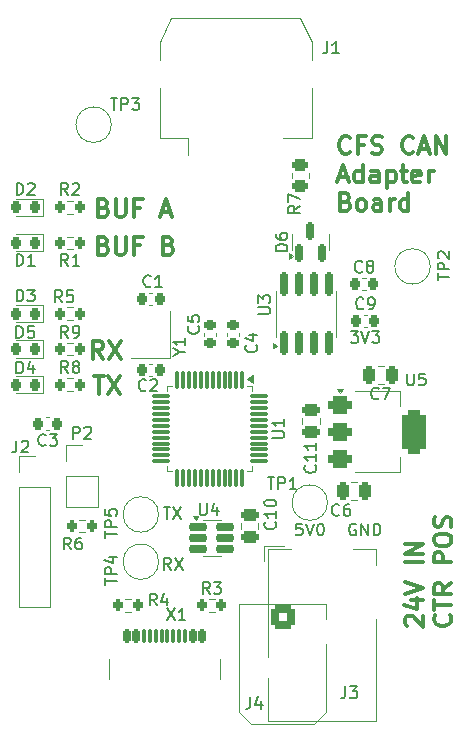
<source format=gbr>
%TF.GenerationSoftware,KiCad,Pcbnew,9.0.0*%
%TF.CreationDate,2025-03-02T18:09:01-08:00*%
%TF.ProjectId,CFS-Bus Adapter R1,4346532d-4275-4732-9041-646170746572,rev?*%
%TF.SameCoordinates,Original*%
%TF.FileFunction,Legend,Top*%
%TF.FilePolarity,Positive*%
%FSLAX46Y46*%
G04 Gerber Fmt 4.6, Leading zero omitted, Abs format (unit mm)*
G04 Created by KiCad (PCBNEW 9.0.0) date 2025-03-02 18:09:01*
%MOMM*%
%LPD*%
G01*
G04 APERTURE LIST*
G04 Aperture macros list*
%AMRoundRect*
0 Rectangle with rounded corners*
0 $1 Rounding radius*
0 $2 $3 $4 $5 $6 $7 $8 $9 X,Y pos of 4 corners*
0 Add a 4 corners polygon primitive as box body*
4,1,4,$2,$3,$4,$5,$6,$7,$8,$9,$2,$3,0*
0 Add four circle primitives for the rounded corners*
1,1,$1+$1,$2,$3*
1,1,$1+$1,$4,$5*
1,1,$1+$1,$6,$7*
1,1,$1+$1,$8,$9*
0 Add four rect primitives between the rounded corners*
20,1,$1+$1,$2,$3,$4,$5,0*
20,1,$1+$1,$4,$5,$6,$7,0*
20,1,$1+$1,$6,$7,$8,$9,0*
20,1,$1+$1,$8,$9,$2,$3,0*%
G04 Aperture macros list end*
%ADD10C,0.300000*%
%ADD11C,0.200000*%
%ADD12C,0.150000*%
%ADD13C,0.120000*%
%ADD14RoundRect,0.375000X-0.625000X-0.375000X0.625000X-0.375000X0.625000X0.375000X-0.625000X0.375000X0*%
%ADD15RoundRect,0.500000X-0.500000X-1.400000X0.500000X-1.400000X0.500000X1.400000X-0.500000X1.400000X0*%
%ADD16RoundRect,0.250000X0.475000X-0.250000X0.475000X0.250000X-0.475000X0.250000X-0.475000X-0.250000X0*%
%ADD17C,0.800000*%
%ADD18C,6.400000*%
%ADD19R,1.270000X2.920000*%
%ADD20R,3.430000X1.650000*%
%ADD21R,1.700000X1.700000*%
%ADD22O,1.700000X1.700000*%
%ADD23R,4.600000X2.000000*%
%ADD24O,4.200000X2.000000*%
%ADD25O,2.000000X4.200000*%
%ADD26C,3.000000*%
%ADD27RoundRect,0.333334X0.666666X0.666666X-0.666666X0.666666X-0.666666X-0.666666X0.666666X-0.666666X0*%
%ADD28C,2.000000*%
%ADD29RoundRect,0.250000X0.450000X-0.262500X0.450000X0.262500X-0.450000X0.262500X-0.450000X-0.262500X0*%
%ADD30O,1.000000X1.800000*%
%ADD31O,1.000000X2.100000*%
%ADD32RoundRect,0.150000X-0.150000X-0.425000X0.150000X-0.425000X0.150000X0.425000X-0.150000X0.425000X0*%
%ADD33RoundRect,0.075000X-0.075000X-0.500000X0.075000X-0.500000X0.075000X0.500000X-0.075000X0.500000X0*%
%ADD34C,0.650000*%
%ADD35RoundRect,0.200000X-0.200000X-0.275000X0.200000X-0.275000X0.200000X0.275000X-0.200000X0.275000X0*%
%ADD36RoundRect,0.200000X0.200000X0.275000X-0.200000X0.275000X-0.200000X-0.275000X0.200000X-0.275000X0*%
%ADD37RoundRect,0.150000X0.150000X-0.825000X0.150000X0.825000X-0.150000X0.825000X-0.150000X-0.825000X0*%
%ADD38RoundRect,0.250000X-0.250000X-0.475000X0.250000X-0.475000X0.250000X0.475000X-0.250000X0.475000X0*%
%ADD39RoundRect,0.225000X0.225000X0.250000X-0.225000X0.250000X-0.225000X-0.250000X0.225000X-0.250000X0*%
%ADD40R,1.200000X1.400000*%
%ADD41RoundRect,0.225000X0.250000X-0.225000X0.250000X0.225000X-0.250000X0.225000X-0.250000X-0.225000X0*%
%ADD42RoundRect,0.150000X0.150000X-0.587500X0.150000X0.587500X-0.150000X0.587500X-0.150000X-0.587500X0*%
%ADD43RoundRect,0.225000X-0.225000X-0.250000X0.225000X-0.250000X0.225000X0.250000X-0.225000X0.250000X0*%
%ADD44RoundRect,0.218750X0.218750X0.256250X-0.218750X0.256250X-0.218750X-0.256250X0.218750X-0.256250X0*%
%ADD45RoundRect,0.150000X-0.650000X-0.150000X0.650000X-0.150000X0.650000X0.150000X-0.650000X0.150000X0*%
%ADD46RoundRect,0.075000X-0.662500X0.075000X-0.662500X-0.075000X0.662500X-0.075000X0.662500X0.075000X0*%
%ADD47RoundRect,0.075000X-0.075000X0.662500X-0.075000X-0.662500X0.075000X-0.662500X0.075000X0.662500X0*%
G04 APERTURE END LIST*
D10*
X8811653Y31199171D02*
X8311653Y31913457D01*
X7954510Y31199171D02*
X7954510Y32699171D01*
X7954510Y32699171D02*
X8525939Y32699171D01*
X8525939Y32699171D02*
X8668796Y32627742D01*
X8668796Y32627742D02*
X8740225Y32556314D01*
X8740225Y32556314D02*
X8811653Y32413457D01*
X8811653Y32413457D02*
X8811653Y32199171D01*
X8811653Y32199171D02*
X8740225Y32056314D01*
X8740225Y32056314D02*
X8668796Y31984885D01*
X8668796Y31984885D02*
X8525939Y31913457D01*
X8525939Y31913457D02*
X7954510Y31913457D01*
X9311653Y32699171D02*
X10311653Y31199171D01*
X10311653Y32699171D02*
X9311653Y31199171D01*
D11*
X13926816Y18632780D02*
X14498244Y18632780D01*
X14212530Y17632780D02*
X14212530Y18632780D01*
X14736340Y18632780D02*
X15403006Y17632780D01*
X15403006Y18632780D02*
X14736340Y17632780D01*
D10*
X8854510Y40784885D02*
X9068796Y40713457D01*
X9068796Y40713457D02*
X9140225Y40642028D01*
X9140225Y40642028D02*
X9211653Y40499171D01*
X9211653Y40499171D02*
X9211653Y40284885D01*
X9211653Y40284885D02*
X9140225Y40142028D01*
X9140225Y40142028D02*
X9068796Y40070600D01*
X9068796Y40070600D02*
X8925939Y39999171D01*
X8925939Y39999171D02*
X8354510Y39999171D01*
X8354510Y39999171D02*
X8354510Y41499171D01*
X8354510Y41499171D02*
X8854510Y41499171D01*
X8854510Y41499171D02*
X8997368Y41427742D01*
X8997368Y41427742D02*
X9068796Y41356314D01*
X9068796Y41356314D02*
X9140225Y41213457D01*
X9140225Y41213457D02*
X9140225Y41070600D01*
X9140225Y41070600D02*
X9068796Y40927742D01*
X9068796Y40927742D02*
X8997368Y40856314D01*
X8997368Y40856314D02*
X8854510Y40784885D01*
X8854510Y40784885D02*
X8354510Y40784885D01*
X9854510Y41499171D02*
X9854510Y40284885D01*
X9854510Y40284885D02*
X9925939Y40142028D01*
X9925939Y40142028D02*
X9997368Y40070600D01*
X9997368Y40070600D02*
X10140225Y39999171D01*
X10140225Y39999171D02*
X10425939Y39999171D01*
X10425939Y39999171D02*
X10568796Y40070600D01*
X10568796Y40070600D02*
X10640225Y40142028D01*
X10640225Y40142028D02*
X10711653Y40284885D01*
X10711653Y40284885D02*
X10711653Y41499171D01*
X11925939Y40784885D02*
X11425939Y40784885D01*
X11425939Y39999171D02*
X11425939Y41499171D01*
X11425939Y41499171D02*
X12140225Y41499171D01*
X14354510Y40784885D02*
X14568796Y40713457D01*
X14568796Y40713457D02*
X14640225Y40642028D01*
X14640225Y40642028D02*
X14711653Y40499171D01*
X14711653Y40499171D02*
X14711653Y40284885D01*
X14711653Y40284885D02*
X14640225Y40142028D01*
X14640225Y40142028D02*
X14568796Y40070600D01*
X14568796Y40070600D02*
X14425939Y39999171D01*
X14425939Y39999171D02*
X13854510Y39999171D01*
X13854510Y39999171D02*
X13854510Y41499171D01*
X13854510Y41499171D02*
X14354510Y41499171D01*
X14354510Y41499171D02*
X14497368Y41427742D01*
X14497368Y41427742D02*
X14568796Y41356314D01*
X14568796Y41356314D02*
X14640225Y41213457D01*
X14640225Y41213457D02*
X14640225Y41070600D01*
X14640225Y41070600D02*
X14568796Y40927742D01*
X14568796Y40927742D02*
X14497368Y40856314D01*
X14497368Y40856314D02*
X14354510Y40784885D01*
X14354510Y40784885D02*
X13854510Y40784885D01*
D11*
X14541101Y13332780D02*
X14207768Y13808971D01*
X13969673Y13332780D02*
X13969673Y14332780D01*
X13969673Y14332780D02*
X14350625Y14332780D01*
X14350625Y14332780D02*
X14445863Y14285161D01*
X14445863Y14285161D02*
X14493482Y14237542D01*
X14493482Y14237542D02*
X14541101Y14142304D01*
X14541101Y14142304D02*
X14541101Y13999447D01*
X14541101Y13999447D02*
X14493482Y13904209D01*
X14493482Y13904209D02*
X14445863Y13856590D01*
X14445863Y13856590D02*
X14350625Y13808971D01*
X14350625Y13808971D02*
X13969673Y13808971D01*
X14874435Y14332780D02*
X15541101Y13332780D01*
X15541101Y14332780D02*
X14874435Y13332780D01*
X30193482Y17185161D02*
X30098244Y17232780D01*
X30098244Y17232780D02*
X29955387Y17232780D01*
X29955387Y17232780D02*
X29812530Y17185161D01*
X29812530Y17185161D02*
X29717292Y17089923D01*
X29717292Y17089923D02*
X29669673Y16994685D01*
X29669673Y16994685D02*
X29622054Y16804209D01*
X29622054Y16804209D02*
X29622054Y16661352D01*
X29622054Y16661352D02*
X29669673Y16470876D01*
X29669673Y16470876D02*
X29717292Y16375638D01*
X29717292Y16375638D02*
X29812530Y16280400D01*
X29812530Y16280400D02*
X29955387Y16232780D01*
X29955387Y16232780D02*
X30050625Y16232780D01*
X30050625Y16232780D02*
X30193482Y16280400D01*
X30193482Y16280400D02*
X30241101Y16328019D01*
X30241101Y16328019D02*
X30241101Y16661352D01*
X30241101Y16661352D02*
X30050625Y16661352D01*
X30669673Y16232780D02*
X30669673Y17232780D01*
X30669673Y17232780D02*
X31241101Y16232780D01*
X31241101Y16232780D02*
X31241101Y17232780D01*
X31717292Y16232780D02*
X31717292Y17232780D01*
X31717292Y17232780D02*
X31955387Y17232780D01*
X31955387Y17232780D02*
X32098244Y17185161D01*
X32098244Y17185161D02*
X32193482Y17089923D01*
X32193482Y17089923D02*
X32241101Y16994685D01*
X32241101Y16994685D02*
X32288720Y16804209D01*
X32288720Y16804209D02*
X32288720Y16661352D01*
X32288720Y16661352D02*
X32241101Y16470876D01*
X32241101Y16470876D02*
X32193482Y16375638D01*
X32193482Y16375638D02*
X32098244Y16280400D01*
X32098244Y16280400D02*
X31955387Y16232780D01*
X31955387Y16232780D02*
X31717292Y16232780D01*
X25645863Y17232780D02*
X25169673Y17232780D01*
X25169673Y17232780D02*
X25122054Y16756590D01*
X25122054Y16756590D02*
X25169673Y16804209D01*
X25169673Y16804209D02*
X25264911Y16851828D01*
X25264911Y16851828D02*
X25503006Y16851828D01*
X25503006Y16851828D02*
X25598244Y16804209D01*
X25598244Y16804209D02*
X25645863Y16756590D01*
X25645863Y16756590D02*
X25693482Y16661352D01*
X25693482Y16661352D02*
X25693482Y16423257D01*
X25693482Y16423257D02*
X25645863Y16328019D01*
X25645863Y16328019D02*
X25598244Y16280400D01*
X25598244Y16280400D02*
X25503006Y16232780D01*
X25503006Y16232780D02*
X25264911Y16232780D01*
X25264911Y16232780D02*
X25169673Y16280400D01*
X25169673Y16280400D02*
X25122054Y16328019D01*
X25979197Y17232780D02*
X26312530Y16232780D01*
X26312530Y16232780D02*
X26645863Y17232780D01*
X27169673Y17232780D02*
X27264911Y17232780D01*
X27264911Y17232780D02*
X27360149Y17185161D01*
X27360149Y17185161D02*
X27407768Y17137542D01*
X27407768Y17137542D02*
X27455387Y17042304D01*
X27455387Y17042304D02*
X27503006Y16851828D01*
X27503006Y16851828D02*
X27503006Y16613733D01*
X27503006Y16613733D02*
X27455387Y16423257D01*
X27455387Y16423257D02*
X27407768Y16328019D01*
X27407768Y16328019D02*
X27360149Y16280400D01*
X27360149Y16280400D02*
X27264911Y16232780D01*
X27264911Y16232780D02*
X27169673Y16232780D01*
X27169673Y16232780D02*
X27074435Y16280400D01*
X27074435Y16280400D02*
X27026816Y16328019D01*
X27026816Y16328019D02*
X26979197Y16423257D01*
X26979197Y16423257D02*
X26931578Y16613733D01*
X26931578Y16613733D02*
X26931578Y16851828D01*
X26931578Y16851828D02*
X26979197Y17042304D01*
X26979197Y17042304D02*
X27026816Y17137542D01*
X27026816Y17137542D02*
X27074435Y17185161D01*
X27074435Y17185161D02*
X27169673Y17232780D01*
D10*
X29711653Y48671860D02*
X29640225Y48600432D01*
X29640225Y48600432D02*
X29425939Y48529003D01*
X29425939Y48529003D02*
X29283082Y48529003D01*
X29283082Y48529003D02*
X29068796Y48600432D01*
X29068796Y48600432D02*
X28925939Y48743289D01*
X28925939Y48743289D02*
X28854510Y48886146D01*
X28854510Y48886146D02*
X28783082Y49171860D01*
X28783082Y49171860D02*
X28783082Y49386146D01*
X28783082Y49386146D02*
X28854510Y49671860D01*
X28854510Y49671860D02*
X28925939Y49814717D01*
X28925939Y49814717D02*
X29068796Y49957574D01*
X29068796Y49957574D02*
X29283082Y50029003D01*
X29283082Y50029003D02*
X29425939Y50029003D01*
X29425939Y50029003D02*
X29640225Y49957574D01*
X29640225Y49957574D02*
X29711653Y49886146D01*
X30854510Y49314717D02*
X30354510Y49314717D01*
X30354510Y48529003D02*
X30354510Y50029003D01*
X30354510Y50029003D02*
X31068796Y50029003D01*
X31568796Y48600432D02*
X31783082Y48529003D01*
X31783082Y48529003D02*
X32140224Y48529003D01*
X32140224Y48529003D02*
X32283082Y48600432D01*
X32283082Y48600432D02*
X32354510Y48671860D01*
X32354510Y48671860D02*
X32425939Y48814717D01*
X32425939Y48814717D02*
X32425939Y48957574D01*
X32425939Y48957574D02*
X32354510Y49100432D01*
X32354510Y49100432D02*
X32283082Y49171860D01*
X32283082Y49171860D02*
X32140224Y49243289D01*
X32140224Y49243289D02*
X31854510Y49314717D01*
X31854510Y49314717D02*
X31711653Y49386146D01*
X31711653Y49386146D02*
X31640224Y49457574D01*
X31640224Y49457574D02*
X31568796Y49600432D01*
X31568796Y49600432D02*
X31568796Y49743289D01*
X31568796Y49743289D02*
X31640224Y49886146D01*
X31640224Y49886146D02*
X31711653Y49957574D01*
X31711653Y49957574D02*
X31854510Y50029003D01*
X31854510Y50029003D02*
X32211653Y50029003D01*
X32211653Y50029003D02*
X32425939Y49957574D01*
X35068795Y48671860D02*
X34997367Y48600432D01*
X34997367Y48600432D02*
X34783081Y48529003D01*
X34783081Y48529003D02*
X34640224Y48529003D01*
X34640224Y48529003D02*
X34425938Y48600432D01*
X34425938Y48600432D02*
X34283081Y48743289D01*
X34283081Y48743289D02*
X34211652Y48886146D01*
X34211652Y48886146D02*
X34140224Y49171860D01*
X34140224Y49171860D02*
X34140224Y49386146D01*
X34140224Y49386146D02*
X34211652Y49671860D01*
X34211652Y49671860D02*
X34283081Y49814717D01*
X34283081Y49814717D02*
X34425938Y49957574D01*
X34425938Y49957574D02*
X34640224Y50029003D01*
X34640224Y50029003D02*
X34783081Y50029003D01*
X34783081Y50029003D02*
X34997367Y49957574D01*
X34997367Y49957574D02*
X35068795Y49886146D01*
X35640224Y48957574D02*
X36354510Y48957574D01*
X35497367Y48529003D02*
X35997367Y50029003D01*
X35997367Y50029003D02*
X36497367Y48529003D01*
X36997366Y48529003D02*
X36997366Y50029003D01*
X36997366Y50029003D02*
X37854509Y48529003D01*
X37854509Y48529003D02*
X37854509Y50029003D01*
X28783082Y46542658D02*
X29497368Y46542658D01*
X28640225Y46114087D02*
X29140225Y47614087D01*
X29140225Y47614087D02*
X29640225Y46114087D01*
X30783082Y46114087D02*
X30783082Y47614087D01*
X30783082Y46185516D02*
X30640224Y46114087D01*
X30640224Y46114087D02*
X30354510Y46114087D01*
X30354510Y46114087D02*
X30211653Y46185516D01*
X30211653Y46185516D02*
X30140224Y46256944D01*
X30140224Y46256944D02*
X30068796Y46399801D01*
X30068796Y46399801D02*
X30068796Y46828373D01*
X30068796Y46828373D02*
X30140224Y46971230D01*
X30140224Y46971230D02*
X30211653Y47042658D01*
X30211653Y47042658D02*
X30354510Y47114087D01*
X30354510Y47114087D02*
X30640224Y47114087D01*
X30640224Y47114087D02*
X30783082Y47042658D01*
X32140225Y46114087D02*
X32140225Y46899801D01*
X32140225Y46899801D02*
X32068796Y47042658D01*
X32068796Y47042658D02*
X31925939Y47114087D01*
X31925939Y47114087D02*
X31640225Y47114087D01*
X31640225Y47114087D02*
X31497367Y47042658D01*
X32140225Y46185516D02*
X31997367Y46114087D01*
X31997367Y46114087D02*
X31640225Y46114087D01*
X31640225Y46114087D02*
X31497367Y46185516D01*
X31497367Y46185516D02*
X31425939Y46328373D01*
X31425939Y46328373D02*
X31425939Y46471230D01*
X31425939Y46471230D02*
X31497367Y46614087D01*
X31497367Y46614087D02*
X31640225Y46685516D01*
X31640225Y46685516D02*
X31997367Y46685516D01*
X31997367Y46685516D02*
X32140225Y46756944D01*
X32854510Y47114087D02*
X32854510Y45614087D01*
X32854510Y47042658D02*
X32997368Y47114087D01*
X32997368Y47114087D02*
X33283082Y47114087D01*
X33283082Y47114087D02*
X33425939Y47042658D01*
X33425939Y47042658D02*
X33497368Y46971230D01*
X33497368Y46971230D02*
X33568796Y46828373D01*
X33568796Y46828373D02*
X33568796Y46399801D01*
X33568796Y46399801D02*
X33497368Y46256944D01*
X33497368Y46256944D02*
X33425939Y46185516D01*
X33425939Y46185516D02*
X33283082Y46114087D01*
X33283082Y46114087D02*
X32997368Y46114087D01*
X32997368Y46114087D02*
X32854510Y46185516D01*
X33997368Y47114087D02*
X34568796Y47114087D01*
X34211653Y47614087D02*
X34211653Y46328373D01*
X34211653Y46328373D02*
X34283082Y46185516D01*
X34283082Y46185516D02*
X34425939Y46114087D01*
X34425939Y46114087D02*
X34568796Y46114087D01*
X35640225Y46185516D02*
X35497368Y46114087D01*
X35497368Y46114087D02*
X35211654Y46114087D01*
X35211654Y46114087D02*
X35068796Y46185516D01*
X35068796Y46185516D02*
X34997368Y46328373D01*
X34997368Y46328373D02*
X34997368Y46899801D01*
X34997368Y46899801D02*
X35068796Y47042658D01*
X35068796Y47042658D02*
X35211654Y47114087D01*
X35211654Y47114087D02*
X35497368Y47114087D01*
X35497368Y47114087D02*
X35640225Y47042658D01*
X35640225Y47042658D02*
X35711654Y46899801D01*
X35711654Y46899801D02*
X35711654Y46756944D01*
X35711654Y46756944D02*
X34997368Y46614087D01*
X36354510Y46114087D02*
X36354510Y47114087D01*
X36354510Y46828373D02*
X36425939Y46971230D01*
X36425939Y46971230D02*
X36497368Y47042658D01*
X36497368Y47042658D02*
X36640225Y47114087D01*
X36640225Y47114087D02*
X36783082Y47114087D01*
X29354510Y44484885D02*
X29568796Y44413457D01*
X29568796Y44413457D02*
X29640225Y44342028D01*
X29640225Y44342028D02*
X29711653Y44199171D01*
X29711653Y44199171D02*
X29711653Y43984885D01*
X29711653Y43984885D02*
X29640225Y43842028D01*
X29640225Y43842028D02*
X29568796Y43770600D01*
X29568796Y43770600D02*
X29425939Y43699171D01*
X29425939Y43699171D02*
X28854510Y43699171D01*
X28854510Y43699171D02*
X28854510Y45199171D01*
X28854510Y45199171D02*
X29354510Y45199171D01*
X29354510Y45199171D02*
X29497368Y45127742D01*
X29497368Y45127742D02*
X29568796Y45056314D01*
X29568796Y45056314D02*
X29640225Y44913457D01*
X29640225Y44913457D02*
X29640225Y44770600D01*
X29640225Y44770600D02*
X29568796Y44627742D01*
X29568796Y44627742D02*
X29497368Y44556314D01*
X29497368Y44556314D02*
X29354510Y44484885D01*
X29354510Y44484885D02*
X28854510Y44484885D01*
X30568796Y43699171D02*
X30425939Y43770600D01*
X30425939Y43770600D02*
X30354510Y43842028D01*
X30354510Y43842028D02*
X30283082Y43984885D01*
X30283082Y43984885D02*
X30283082Y44413457D01*
X30283082Y44413457D02*
X30354510Y44556314D01*
X30354510Y44556314D02*
X30425939Y44627742D01*
X30425939Y44627742D02*
X30568796Y44699171D01*
X30568796Y44699171D02*
X30783082Y44699171D01*
X30783082Y44699171D02*
X30925939Y44627742D01*
X30925939Y44627742D02*
X30997368Y44556314D01*
X30997368Y44556314D02*
X31068796Y44413457D01*
X31068796Y44413457D02*
X31068796Y43984885D01*
X31068796Y43984885D02*
X30997368Y43842028D01*
X30997368Y43842028D02*
X30925939Y43770600D01*
X30925939Y43770600D02*
X30783082Y43699171D01*
X30783082Y43699171D02*
X30568796Y43699171D01*
X32354511Y43699171D02*
X32354511Y44484885D01*
X32354511Y44484885D02*
X32283082Y44627742D01*
X32283082Y44627742D02*
X32140225Y44699171D01*
X32140225Y44699171D02*
X31854511Y44699171D01*
X31854511Y44699171D02*
X31711653Y44627742D01*
X32354511Y43770600D02*
X32211653Y43699171D01*
X32211653Y43699171D02*
X31854511Y43699171D01*
X31854511Y43699171D02*
X31711653Y43770600D01*
X31711653Y43770600D02*
X31640225Y43913457D01*
X31640225Y43913457D02*
X31640225Y44056314D01*
X31640225Y44056314D02*
X31711653Y44199171D01*
X31711653Y44199171D02*
X31854511Y44270600D01*
X31854511Y44270600D02*
X32211653Y44270600D01*
X32211653Y44270600D02*
X32354511Y44342028D01*
X33068796Y43699171D02*
X33068796Y44699171D01*
X33068796Y44413457D02*
X33140225Y44556314D01*
X33140225Y44556314D02*
X33211654Y44627742D01*
X33211654Y44627742D02*
X33354511Y44699171D01*
X33354511Y44699171D02*
X33497368Y44699171D01*
X34640225Y43699171D02*
X34640225Y45199171D01*
X34640225Y43770600D02*
X34497367Y43699171D01*
X34497367Y43699171D02*
X34211653Y43699171D01*
X34211653Y43699171D02*
X34068796Y43770600D01*
X34068796Y43770600D02*
X33997367Y43842028D01*
X33997367Y43842028D02*
X33925939Y43984885D01*
X33925939Y43984885D02*
X33925939Y44413457D01*
X33925939Y44413457D02*
X33997367Y44556314D01*
X33997367Y44556314D02*
X34068796Y44627742D01*
X34068796Y44627742D02*
X34211653Y44699171D01*
X34211653Y44699171D02*
X34497367Y44699171D01*
X34497367Y44699171D02*
X34640225Y44627742D01*
D11*
X29774435Y33532780D02*
X30393482Y33532780D01*
X30393482Y33532780D02*
X30060149Y33151828D01*
X30060149Y33151828D02*
X30203006Y33151828D01*
X30203006Y33151828D02*
X30298244Y33104209D01*
X30298244Y33104209D02*
X30345863Y33056590D01*
X30345863Y33056590D02*
X30393482Y32961352D01*
X30393482Y32961352D02*
X30393482Y32723257D01*
X30393482Y32723257D02*
X30345863Y32628019D01*
X30345863Y32628019D02*
X30298244Y32580400D01*
X30298244Y32580400D02*
X30203006Y32532780D01*
X30203006Y32532780D02*
X29917292Y32532780D01*
X29917292Y32532780D02*
X29822054Y32580400D01*
X29822054Y32580400D02*
X29774435Y32628019D01*
X30679197Y33532780D02*
X31012530Y32532780D01*
X31012530Y32532780D02*
X31345863Y33532780D01*
X31583959Y33532780D02*
X32203006Y33532780D01*
X32203006Y33532780D02*
X31869673Y33151828D01*
X31869673Y33151828D02*
X32012530Y33151828D01*
X32012530Y33151828D02*
X32107768Y33104209D01*
X32107768Y33104209D02*
X32155387Y33056590D01*
X32155387Y33056590D02*
X32203006Y32961352D01*
X32203006Y32961352D02*
X32203006Y32723257D01*
X32203006Y32723257D02*
X32155387Y32628019D01*
X32155387Y32628019D02*
X32107768Y32580400D01*
X32107768Y32580400D02*
X32012530Y32532780D01*
X32012530Y32532780D02*
X31726816Y32532780D01*
X31726816Y32532780D02*
X31631578Y32580400D01*
X31631578Y32580400D02*
X31583959Y32628019D01*
D10*
X8854510Y43984885D02*
X9068796Y43913457D01*
X9068796Y43913457D02*
X9140225Y43842028D01*
X9140225Y43842028D02*
X9211653Y43699171D01*
X9211653Y43699171D02*
X9211653Y43484885D01*
X9211653Y43484885D02*
X9140225Y43342028D01*
X9140225Y43342028D02*
X9068796Y43270600D01*
X9068796Y43270600D02*
X8925939Y43199171D01*
X8925939Y43199171D02*
X8354510Y43199171D01*
X8354510Y43199171D02*
X8354510Y44699171D01*
X8354510Y44699171D02*
X8854510Y44699171D01*
X8854510Y44699171D02*
X8997368Y44627742D01*
X8997368Y44627742D02*
X9068796Y44556314D01*
X9068796Y44556314D02*
X9140225Y44413457D01*
X9140225Y44413457D02*
X9140225Y44270600D01*
X9140225Y44270600D02*
X9068796Y44127742D01*
X9068796Y44127742D02*
X8997368Y44056314D01*
X8997368Y44056314D02*
X8854510Y43984885D01*
X8854510Y43984885D02*
X8354510Y43984885D01*
X9854510Y44699171D02*
X9854510Y43484885D01*
X9854510Y43484885D02*
X9925939Y43342028D01*
X9925939Y43342028D02*
X9997368Y43270600D01*
X9997368Y43270600D02*
X10140225Y43199171D01*
X10140225Y43199171D02*
X10425939Y43199171D01*
X10425939Y43199171D02*
X10568796Y43270600D01*
X10568796Y43270600D02*
X10640225Y43342028D01*
X10640225Y43342028D02*
X10711653Y43484885D01*
X10711653Y43484885D02*
X10711653Y44699171D01*
X11925939Y43984885D02*
X11425939Y43984885D01*
X11425939Y43199171D02*
X11425939Y44699171D01*
X11425939Y44699171D02*
X12140225Y44699171D01*
X13783082Y43627742D02*
X14497368Y43627742D01*
X13640225Y43199171D02*
X14140225Y44699171D01*
X14140225Y44699171D02*
X14640225Y43199171D01*
X8040225Y29699171D02*
X8897368Y29699171D01*
X8468796Y28199171D02*
X8468796Y29699171D01*
X9254510Y29699171D02*
X10254510Y28199171D01*
X10254510Y29699171D02*
X9254510Y28199171D01*
X34528769Y8583082D02*
X34457341Y8654510D01*
X34457341Y8654510D02*
X34385912Y8797368D01*
X34385912Y8797368D02*
X34385912Y9154510D01*
X34385912Y9154510D02*
X34457341Y9297368D01*
X34457341Y9297368D02*
X34528769Y9368796D01*
X34528769Y9368796D02*
X34671626Y9440225D01*
X34671626Y9440225D02*
X34814484Y9440225D01*
X34814484Y9440225D02*
X35028769Y9368796D01*
X35028769Y9368796D02*
X35885912Y8511653D01*
X35885912Y8511653D02*
X35885912Y9440225D01*
X34885912Y10725939D02*
X35885912Y10725939D01*
X34314484Y10368796D02*
X35385912Y10011653D01*
X35385912Y10011653D02*
X35385912Y10940224D01*
X34385912Y11297367D02*
X35885912Y11797367D01*
X35885912Y11797367D02*
X34385912Y12297367D01*
X35885912Y13940223D02*
X34385912Y13940223D01*
X35885912Y14654509D02*
X34385912Y14654509D01*
X34385912Y14654509D02*
X35885912Y15511652D01*
X35885912Y15511652D02*
X34385912Y15511652D01*
X38157971Y9511653D02*
X38229400Y9440225D01*
X38229400Y9440225D02*
X38300828Y9225939D01*
X38300828Y9225939D02*
X38300828Y9083082D01*
X38300828Y9083082D02*
X38229400Y8868796D01*
X38229400Y8868796D02*
X38086542Y8725939D01*
X38086542Y8725939D02*
X37943685Y8654510D01*
X37943685Y8654510D02*
X37657971Y8583082D01*
X37657971Y8583082D02*
X37443685Y8583082D01*
X37443685Y8583082D02*
X37157971Y8654510D01*
X37157971Y8654510D02*
X37015114Y8725939D01*
X37015114Y8725939D02*
X36872257Y8868796D01*
X36872257Y8868796D02*
X36800828Y9083082D01*
X36800828Y9083082D02*
X36800828Y9225939D01*
X36800828Y9225939D02*
X36872257Y9440225D01*
X36872257Y9440225D02*
X36943685Y9511653D01*
X36800828Y9940225D02*
X36800828Y10797368D01*
X38300828Y10368796D02*
X36800828Y10368796D01*
X38300828Y12154510D02*
X37586542Y11654510D01*
X38300828Y11297367D02*
X36800828Y11297367D01*
X36800828Y11297367D02*
X36800828Y11868796D01*
X36800828Y11868796D02*
X36872257Y12011653D01*
X36872257Y12011653D02*
X36943685Y12083082D01*
X36943685Y12083082D02*
X37086542Y12154510D01*
X37086542Y12154510D02*
X37300828Y12154510D01*
X37300828Y12154510D02*
X37443685Y12083082D01*
X37443685Y12083082D02*
X37515114Y12011653D01*
X37515114Y12011653D02*
X37586542Y11868796D01*
X37586542Y11868796D02*
X37586542Y11297367D01*
X38300828Y13940224D02*
X36800828Y13940224D01*
X36800828Y13940224D02*
X36800828Y14511653D01*
X36800828Y14511653D02*
X36872257Y14654510D01*
X36872257Y14654510D02*
X36943685Y14725939D01*
X36943685Y14725939D02*
X37086542Y14797367D01*
X37086542Y14797367D02*
X37300828Y14797367D01*
X37300828Y14797367D02*
X37443685Y14725939D01*
X37443685Y14725939D02*
X37515114Y14654510D01*
X37515114Y14654510D02*
X37586542Y14511653D01*
X37586542Y14511653D02*
X37586542Y13940224D01*
X36800828Y15725939D02*
X36800828Y16011653D01*
X36800828Y16011653D02*
X36872257Y16154510D01*
X36872257Y16154510D02*
X37015114Y16297367D01*
X37015114Y16297367D02*
X37300828Y16368796D01*
X37300828Y16368796D02*
X37800828Y16368796D01*
X37800828Y16368796D02*
X38086542Y16297367D01*
X38086542Y16297367D02*
X38229400Y16154510D01*
X38229400Y16154510D02*
X38300828Y16011653D01*
X38300828Y16011653D02*
X38300828Y15725939D01*
X38300828Y15725939D02*
X38229400Y15583082D01*
X38229400Y15583082D02*
X38086542Y15440224D01*
X38086542Y15440224D02*
X37800828Y15368796D01*
X37800828Y15368796D02*
X37300828Y15368796D01*
X37300828Y15368796D02*
X37015114Y15440224D01*
X37015114Y15440224D02*
X36872257Y15583082D01*
X36872257Y15583082D02*
X36800828Y15725939D01*
X38229400Y16940225D02*
X38300828Y17154511D01*
X38300828Y17154511D02*
X38300828Y17511653D01*
X38300828Y17511653D02*
X38229400Y17654511D01*
X38229400Y17654511D02*
X38157971Y17725939D01*
X38157971Y17725939D02*
X38015114Y17797368D01*
X38015114Y17797368D02*
X37872257Y17797368D01*
X37872257Y17797368D02*
X37729400Y17725939D01*
X37729400Y17725939D02*
X37657971Y17654511D01*
X37657971Y17654511D02*
X37586542Y17511653D01*
X37586542Y17511653D02*
X37515114Y17225939D01*
X37515114Y17225939D02*
X37443685Y17083082D01*
X37443685Y17083082D02*
X37372257Y17011653D01*
X37372257Y17011653D02*
X37229400Y16940225D01*
X37229400Y16940225D02*
X37086542Y16940225D01*
X37086542Y16940225D02*
X36943685Y17011653D01*
X36943685Y17011653D02*
X36872257Y17083082D01*
X36872257Y17083082D02*
X36800828Y17225939D01*
X36800828Y17225939D02*
X36800828Y17583082D01*
X36800828Y17583082D02*
X36872257Y17797368D01*
D12*
X34538095Y29920180D02*
X34538095Y29110657D01*
X34538095Y29110657D02*
X34585714Y29015419D01*
X34585714Y29015419D02*
X34633333Y28967800D01*
X34633333Y28967800D02*
X34728571Y28920180D01*
X34728571Y28920180D02*
X34919047Y28920180D01*
X34919047Y28920180D02*
X35014285Y28967800D01*
X35014285Y28967800D02*
X35061904Y29015419D01*
X35061904Y29015419D02*
X35109523Y29110657D01*
X35109523Y29110657D02*
X35109523Y29920180D01*
X36061904Y29920180D02*
X35585714Y29920180D01*
X35585714Y29920180D02*
X35538095Y29443990D01*
X35538095Y29443990D02*
X35585714Y29491609D01*
X35585714Y29491609D02*
X35680952Y29539228D01*
X35680952Y29539228D02*
X35919047Y29539228D01*
X35919047Y29539228D02*
X36014285Y29491609D01*
X36014285Y29491609D02*
X36061904Y29443990D01*
X36061904Y29443990D02*
X36109523Y29348752D01*
X36109523Y29348752D02*
X36109523Y29110657D01*
X36109523Y29110657D02*
X36061904Y29015419D01*
X36061904Y29015419D02*
X36014285Y28967800D01*
X36014285Y28967800D02*
X35919047Y28920180D01*
X35919047Y28920180D02*
X35680952Y28920180D01*
X35680952Y28920180D02*
X35585714Y28967800D01*
X35585714Y28967800D02*
X35538095Y29015419D01*
X26759580Y22157142D02*
X26807200Y22109523D01*
X26807200Y22109523D02*
X26854819Y21966666D01*
X26854819Y21966666D02*
X26854819Y21871428D01*
X26854819Y21871428D02*
X26807200Y21728571D01*
X26807200Y21728571D02*
X26711961Y21633333D01*
X26711961Y21633333D02*
X26616723Y21585714D01*
X26616723Y21585714D02*
X26426247Y21538095D01*
X26426247Y21538095D02*
X26283390Y21538095D01*
X26283390Y21538095D02*
X26092914Y21585714D01*
X26092914Y21585714D02*
X25997676Y21633333D01*
X25997676Y21633333D02*
X25902438Y21728571D01*
X25902438Y21728571D02*
X25854819Y21871428D01*
X25854819Y21871428D02*
X25854819Y21966666D01*
X25854819Y21966666D02*
X25902438Y22109523D01*
X25902438Y22109523D02*
X25950057Y22157142D01*
X26854819Y23109523D02*
X26854819Y22538095D01*
X26854819Y22823809D02*
X25854819Y22823809D01*
X25854819Y22823809D02*
X25997676Y22728571D01*
X25997676Y22728571D02*
X26092914Y22633333D01*
X26092914Y22633333D02*
X26140533Y22538095D01*
X26854819Y24061904D02*
X26854819Y23490476D01*
X26854819Y23776190D02*
X25854819Y23776190D01*
X25854819Y23776190D02*
X25997676Y23680952D01*
X25997676Y23680952D02*
X26092914Y23585714D01*
X26092914Y23585714D02*
X26140533Y23490476D01*
X27781666Y58045180D02*
X27781666Y57330895D01*
X27781666Y57330895D02*
X27734047Y57188038D01*
X27734047Y57188038D02*
X27638809Y57092800D01*
X27638809Y57092800D02*
X27495952Y57045180D01*
X27495952Y57045180D02*
X27400714Y57045180D01*
X28781666Y57045180D02*
X28210238Y57045180D01*
X28495952Y57045180D02*
X28495952Y58045180D01*
X28495952Y58045180D02*
X28400714Y57902323D01*
X28400714Y57902323D02*
X28305476Y57807085D01*
X28305476Y57807085D02*
X28210238Y57759466D01*
X1466666Y24245180D02*
X1466666Y23530895D01*
X1466666Y23530895D02*
X1419047Y23388038D01*
X1419047Y23388038D02*
X1323809Y23292800D01*
X1323809Y23292800D02*
X1180952Y23245180D01*
X1180952Y23245180D02*
X1085714Y23245180D01*
X1895238Y24149942D02*
X1942857Y24197561D01*
X1942857Y24197561D02*
X2038095Y24245180D01*
X2038095Y24245180D02*
X2276190Y24245180D01*
X2276190Y24245180D02*
X2371428Y24197561D01*
X2371428Y24197561D02*
X2419047Y24149942D01*
X2419047Y24149942D02*
X2466666Y24054704D01*
X2466666Y24054704D02*
X2466666Y23959466D01*
X2466666Y23959466D02*
X2419047Y23816609D01*
X2419047Y23816609D02*
X1847619Y23245180D01*
X1847619Y23245180D02*
X2466666Y23245180D01*
X29316666Y3445180D02*
X29316666Y2730895D01*
X29316666Y2730895D02*
X29269047Y2588038D01*
X29269047Y2588038D02*
X29173809Y2492800D01*
X29173809Y2492800D02*
X29030952Y2445180D01*
X29030952Y2445180D02*
X28935714Y2445180D01*
X29697619Y3445180D02*
X30316666Y3445180D01*
X30316666Y3445180D02*
X29983333Y3064228D01*
X29983333Y3064228D02*
X30126190Y3064228D01*
X30126190Y3064228D02*
X30221428Y3016609D01*
X30221428Y3016609D02*
X30269047Y2968990D01*
X30269047Y2968990D02*
X30316666Y2873752D01*
X30316666Y2873752D02*
X30316666Y2635657D01*
X30316666Y2635657D02*
X30269047Y2540419D01*
X30269047Y2540419D02*
X30221428Y2492800D01*
X30221428Y2492800D02*
X30126190Y2445180D01*
X30126190Y2445180D02*
X29840476Y2445180D01*
X29840476Y2445180D02*
X29745238Y2492800D01*
X29745238Y2492800D02*
X29697619Y2540419D01*
X21266666Y2545180D02*
X21266666Y1830895D01*
X21266666Y1830895D02*
X21219047Y1688038D01*
X21219047Y1688038D02*
X21123809Y1592800D01*
X21123809Y1592800D02*
X20980952Y1545180D01*
X20980952Y1545180D02*
X20885714Y1545180D01*
X22171428Y2211847D02*
X22171428Y1545180D01*
X21933333Y2592800D02*
X21695238Y1878514D01*
X21695238Y1878514D02*
X22314285Y1878514D01*
X6261905Y24415180D02*
X6261905Y25415180D01*
X6261905Y25415180D02*
X6642857Y25415180D01*
X6642857Y25415180D02*
X6738095Y25367561D01*
X6738095Y25367561D02*
X6785714Y25319942D01*
X6785714Y25319942D02*
X6833333Y25224704D01*
X6833333Y25224704D02*
X6833333Y25081847D01*
X6833333Y25081847D02*
X6785714Y24986609D01*
X6785714Y24986609D02*
X6738095Y24938990D01*
X6738095Y24938990D02*
X6642857Y24891371D01*
X6642857Y24891371D02*
X6261905Y24891371D01*
X7214286Y25319942D02*
X7261905Y25367561D01*
X7261905Y25367561D02*
X7357143Y25415180D01*
X7357143Y25415180D02*
X7595238Y25415180D01*
X7595238Y25415180D02*
X7690476Y25367561D01*
X7690476Y25367561D02*
X7738095Y25319942D01*
X7738095Y25319942D02*
X7785714Y25224704D01*
X7785714Y25224704D02*
X7785714Y25129466D01*
X7785714Y25129466D02*
X7738095Y24986609D01*
X7738095Y24986609D02*
X7166667Y24415180D01*
X7166667Y24415180D02*
X7785714Y24415180D01*
X25454819Y44133333D02*
X24978628Y43800000D01*
X25454819Y43561905D02*
X24454819Y43561905D01*
X24454819Y43561905D02*
X24454819Y43942857D01*
X24454819Y43942857D02*
X24502438Y44038095D01*
X24502438Y44038095D02*
X24550057Y44085714D01*
X24550057Y44085714D02*
X24645295Y44133333D01*
X24645295Y44133333D02*
X24788152Y44133333D01*
X24788152Y44133333D02*
X24883390Y44085714D01*
X24883390Y44085714D02*
X24931009Y44038095D01*
X24931009Y44038095D02*
X24978628Y43942857D01*
X24978628Y43942857D02*
X24978628Y43561905D01*
X24454819Y44466667D02*
X24454819Y45133333D01*
X24454819Y45133333D02*
X25454819Y44704762D01*
X22738095Y21145180D02*
X23309523Y21145180D01*
X23023809Y20145180D02*
X23023809Y21145180D01*
X23642857Y20145180D02*
X23642857Y21145180D01*
X23642857Y21145180D02*
X24023809Y21145180D01*
X24023809Y21145180D02*
X24119047Y21097561D01*
X24119047Y21097561D02*
X24166666Y21049942D01*
X24166666Y21049942D02*
X24214285Y20954704D01*
X24214285Y20954704D02*
X24214285Y20811847D01*
X24214285Y20811847D02*
X24166666Y20716609D01*
X24166666Y20716609D02*
X24119047Y20668990D01*
X24119047Y20668990D02*
X24023809Y20621371D01*
X24023809Y20621371D02*
X23642857Y20621371D01*
X25166666Y20145180D02*
X24595238Y20145180D01*
X24880952Y20145180D02*
X24880952Y21145180D01*
X24880952Y21145180D02*
X24785714Y21002323D01*
X24785714Y21002323D02*
X24690476Y20907085D01*
X24690476Y20907085D02*
X24595238Y20859466D01*
X37117319Y37838095D02*
X37117319Y38409523D01*
X38117319Y38123809D02*
X37117319Y38123809D01*
X38117319Y38742857D02*
X37117319Y38742857D01*
X37117319Y38742857D02*
X37117319Y39123809D01*
X37117319Y39123809D02*
X37164938Y39219047D01*
X37164938Y39219047D02*
X37212557Y39266666D01*
X37212557Y39266666D02*
X37307795Y39314285D01*
X37307795Y39314285D02*
X37450652Y39314285D01*
X37450652Y39314285D02*
X37545890Y39266666D01*
X37545890Y39266666D02*
X37593509Y39219047D01*
X37593509Y39219047D02*
X37641128Y39123809D01*
X37641128Y39123809D02*
X37641128Y38742857D01*
X37212557Y39695238D02*
X37164938Y39742857D01*
X37164938Y39742857D02*
X37117319Y39838095D01*
X37117319Y39838095D02*
X37117319Y40076190D01*
X37117319Y40076190D02*
X37164938Y40171428D01*
X37164938Y40171428D02*
X37212557Y40219047D01*
X37212557Y40219047D02*
X37307795Y40266666D01*
X37307795Y40266666D02*
X37403033Y40266666D01*
X37403033Y40266666D02*
X37545890Y40219047D01*
X37545890Y40219047D02*
X38117319Y39647619D01*
X38117319Y39647619D02*
X38117319Y40266666D01*
X9438095Y53245180D02*
X10009523Y53245180D01*
X9723809Y52245180D02*
X9723809Y53245180D01*
X10342857Y52245180D02*
X10342857Y53245180D01*
X10342857Y53245180D02*
X10723809Y53245180D01*
X10723809Y53245180D02*
X10819047Y53197561D01*
X10819047Y53197561D02*
X10866666Y53149942D01*
X10866666Y53149942D02*
X10914285Y53054704D01*
X10914285Y53054704D02*
X10914285Y52911847D01*
X10914285Y52911847D02*
X10866666Y52816609D01*
X10866666Y52816609D02*
X10819047Y52768990D01*
X10819047Y52768990D02*
X10723809Y52721371D01*
X10723809Y52721371D02*
X10342857Y52721371D01*
X11247619Y53245180D02*
X11866666Y53245180D01*
X11866666Y53245180D02*
X11533333Y52864228D01*
X11533333Y52864228D02*
X11676190Y52864228D01*
X11676190Y52864228D02*
X11771428Y52816609D01*
X11771428Y52816609D02*
X11819047Y52768990D01*
X11819047Y52768990D02*
X11866666Y52673752D01*
X11866666Y52673752D02*
X11866666Y52435657D01*
X11866666Y52435657D02*
X11819047Y52340419D01*
X11819047Y52340419D02*
X11771428Y52292800D01*
X11771428Y52292800D02*
X11676190Y52245180D01*
X11676190Y52245180D02*
X11390476Y52245180D01*
X11390476Y52245180D02*
X11295238Y52292800D01*
X11295238Y52292800D02*
X11247619Y52340419D01*
X8954819Y12038095D02*
X8954819Y12609523D01*
X9954819Y12323809D02*
X8954819Y12323809D01*
X9954819Y12942857D02*
X8954819Y12942857D01*
X8954819Y12942857D02*
X8954819Y13323809D01*
X8954819Y13323809D02*
X9002438Y13419047D01*
X9002438Y13419047D02*
X9050057Y13466666D01*
X9050057Y13466666D02*
X9145295Y13514285D01*
X9145295Y13514285D02*
X9288152Y13514285D01*
X9288152Y13514285D02*
X9383390Y13466666D01*
X9383390Y13466666D02*
X9431009Y13419047D01*
X9431009Y13419047D02*
X9478628Y13323809D01*
X9478628Y13323809D02*
X9478628Y12942857D01*
X9288152Y14371428D02*
X9954819Y14371428D01*
X8907200Y14133333D02*
X9621485Y13895238D01*
X9621485Y13895238D02*
X9621485Y14514285D01*
X8954819Y16038095D02*
X8954819Y16609523D01*
X9954819Y16323809D02*
X8954819Y16323809D01*
X9954819Y16942857D02*
X8954819Y16942857D01*
X8954819Y16942857D02*
X8954819Y17323809D01*
X8954819Y17323809D02*
X9002438Y17419047D01*
X9002438Y17419047D02*
X9050057Y17466666D01*
X9050057Y17466666D02*
X9145295Y17514285D01*
X9145295Y17514285D02*
X9288152Y17514285D01*
X9288152Y17514285D02*
X9383390Y17466666D01*
X9383390Y17466666D02*
X9431009Y17419047D01*
X9431009Y17419047D02*
X9478628Y17323809D01*
X9478628Y17323809D02*
X9478628Y16942857D01*
X8954819Y18419047D02*
X8954819Y17942857D01*
X8954819Y17942857D02*
X9431009Y17895238D01*
X9431009Y17895238D02*
X9383390Y17942857D01*
X9383390Y17942857D02*
X9335771Y18038095D01*
X9335771Y18038095D02*
X9335771Y18276190D01*
X9335771Y18276190D02*
X9383390Y18371428D01*
X9383390Y18371428D02*
X9431009Y18419047D01*
X9431009Y18419047D02*
X9526247Y18466666D01*
X9526247Y18466666D02*
X9764342Y18466666D01*
X9764342Y18466666D02*
X9859580Y18419047D01*
X9859580Y18419047D02*
X9907200Y18371428D01*
X9907200Y18371428D02*
X9954819Y18276190D01*
X9954819Y18276190D02*
X9954819Y18038095D01*
X9954819Y18038095D02*
X9907200Y17942857D01*
X9907200Y17942857D02*
X9859580Y17895238D01*
X14190476Y10045180D02*
X14857142Y9045180D01*
X14857142Y10045180D02*
X14190476Y9045180D01*
X15761904Y9045180D02*
X15190476Y9045180D01*
X15476190Y9045180D02*
X15476190Y10045180D01*
X15476190Y10045180D02*
X15380952Y9902323D01*
X15380952Y9902323D02*
X15285714Y9807085D01*
X15285714Y9807085D02*
X15190476Y9759466D01*
X17833333Y11275180D02*
X17500000Y11751371D01*
X17261905Y11275180D02*
X17261905Y12275180D01*
X17261905Y12275180D02*
X17642857Y12275180D01*
X17642857Y12275180D02*
X17738095Y12227561D01*
X17738095Y12227561D02*
X17785714Y12179942D01*
X17785714Y12179942D02*
X17833333Y12084704D01*
X17833333Y12084704D02*
X17833333Y11941847D01*
X17833333Y11941847D02*
X17785714Y11846609D01*
X17785714Y11846609D02*
X17738095Y11798990D01*
X17738095Y11798990D02*
X17642857Y11751371D01*
X17642857Y11751371D02*
X17261905Y11751371D01*
X18166667Y12275180D02*
X18785714Y12275180D01*
X18785714Y12275180D02*
X18452381Y11894228D01*
X18452381Y11894228D02*
X18595238Y11894228D01*
X18595238Y11894228D02*
X18690476Y11846609D01*
X18690476Y11846609D02*
X18738095Y11798990D01*
X18738095Y11798990D02*
X18785714Y11703752D01*
X18785714Y11703752D02*
X18785714Y11465657D01*
X18785714Y11465657D02*
X18738095Y11370419D01*
X18738095Y11370419D02*
X18690476Y11322800D01*
X18690476Y11322800D02*
X18595238Y11275180D01*
X18595238Y11275180D02*
X18309524Y11275180D01*
X18309524Y11275180D02*
X18214286Y11322800D01*
X18214286Y11322800D02*
X18166667Y11370419D01*
X13333333Y10295180D02*
X13000000Y10771371D01*
X12761905Y10295180D02*
X12761905Y11295180D01*
X12761905Y11295180D02*
X13142857Y11295180D01*
X13142857Y11295180D02*
X13238095Y11247561D01*
X13238095Y11247561D02*
X13285714Y11199942D01*
X13285714Y11199942D02*
X13333333Y11104704D01*
X13333333Y11104704D02*
X13333333Y10961847D01*
X13333333Y10961847D02*
X13285714Y10866609D01*
X13285714Y10866609D02*
X13238095Y10818990D01*
X13238095Y10818990D02*
X13142857Y10771371D01*
X13142857Y10771371D02*
X12761905Y10771371D01*
X14190476Y10961847D02*
X14190476Y10295180D01*
X13952381Y11342800D02*
X13714286Y10628514D01*
X13714286Y10628514D02*
X14333333Y10628514D01*
X21954819Y34988095D02*
X22764342Y34988095D01*
X22764342Y34988095D02*
X22859580Y35035714D01*
X22859580Y35035714D02*
X22907200Y35083333D01*
X22907200Y35083333D02*
X22954819Y35178571D01*
X22954819Y35178571D02*
X22954819Y35369047D01*
X22954819Y35369047D02*
X22907200Y35464285D01*
X22907200Y35464285D02*
X22859580Y35511904D01*
X22859580Y35511904D02*
X22764342Y35559523D01*
X22764342Y35559523D02*
X21954819Y35559523D01*
X21954819Y35940476D02*
X21954819Y36559523D01*
X21954819Y36559523D02*
X22335771Y36226190D01*
X22335771Y36226190D02*
X22335771Y36369047D01*
X22335771Y36369047D02*
X22383390Y36464285D01*
X22383390Y36464285D02*
X22431009Y36511904D01*
X22431009Y36511904D02*
X22526247Y36559523D01*
X22526247Y36559523D02*
X22764342Y36559523D01*
X22764342Y36559523D02*
X22859580Y36511904D01*
X22859580Y36511904D02*
X22907200Y36464285D01*
X22907200Y36464285D02*
X22954819Y36369047D01*
X22954819Y36369047D02*
X22954819Y36083333D01*
X22954819Y36083333D02*
X22907200Y35988095D01*
X22907200Y35988095D02*
X22859580Y35940476D01*
X28783333Y17977919D02*
X28735714Y17930300D01*
X28735714Y17930300D02*
X28592857Y17882680D01*
X28592857Y17882680D02*
X28497619Y17882680D01*
X28497619Y17882680D02*
X28354762Y17930300D01*
X28354762Y17930300D02*
X28259524Y18025538D01*
X28259524Y18025538D02*
X28211905Y18120776D01*
X28211905Y18120776D02*
X28164286Y18311252D01*
X28164286Y18311252D02*
X28164286Y18454109D01*
X28164286Y18454109D02*
X28211905Y18644585D01*
X28211905Y18644585D02*
X28259524Y18739823D01*
X28259524Y18739823D02*
X28354762Y18835061D01*
X28354762Y18835061D02*
X28497619Y18882680D01*
X28497619Y18882680D02*
X28592857Y18882680D01*
X28592857Y18882680D02*
X28735714Y18835061D01*
X28735714Y18835061D02*
X28783333Y18787442D01*
X29640476Y18882680D02*
X29450000Y18882680D01*
X29450000Y18882680D02*
X29354762Y18835061D01*
X29354762Y18835061D02*
X29307143Y18787442D01*
X29307143Y18787442D02*
X29211905Y18644585D01*
X29211905Y18644585D02*
X29164286Y18454109D01*
X29164286Y18454109D02*
X29164286Y18073157D01*
X29164286Y18073157D02*
X29211905Y17977919D01*
X29211905Y17977919D02*
X29259524Y17930300D01*
X29259524Y17930300D02*
X29354762Y17882680D01*
X29354762Y17882680D02*
X29545238Y17882680D01*
X29545238Y17882680D02*
X29640476Y17930300D01*
X29640476Y17930300D02*
X29688095Y17977919D01*
X29688095Y17977919D02*
X29735714Y18073157D01*
X29735714Y18073157D02*
X29735714Y18311252D01*
X29735714Y18311252D02*
X29688095Y18406490D01*
X29688095Y18406490D02*
X29640476Y18454109D01*
X29640476Y18454109D02*
X29545238Y18501728D01*
X29545238Y18501728D02*
X29354762Y18501728D01*
X29354762Y18501728D02*
X29259524Y18454109D01*
X29259524Y18454109D02*
X29211905Y18406490D01*
X29211905Y18406490D02*
X29164286Y18311252D01*
X5833333Y29975180D02*
X5500000Y30451371D01*
X5261905Y29975180D02*
X5261905Y30975180D01*
X5261905Y30975180D02*
X5642857Y30975180D01*
X5642857Y30975180D02*
X5738095Y30927561D01*
X5738095Y30927561D02*
X5785714Y30879942D01*
X5785714Y30879942D02*
X5833333Y30784704D01*
X5833333Y30784704D02*
X5833333Y30641847D01*
X5833333Y30641847D02*
X5785714Y30546609D01*
X5785714Y30546609D02*
X5738095Y30498990D01*
X5738095Y30498990D02*
X5642857Y30451371D01*
X5642857Y30451371D02*
X5261905Y30451371D01*
X6404762Y30546609D02*
X6309524Y30594228D01*
X6309524Y30594228D02*
X6261905Y30641847D01*
X6261905Y30641847D02*
X6214286Y30737085D01*
X6214286Y30737085D02*
X6214286Y30784704D01*
X6214286Y30784704D02*
X6261905Y30879942D01*
X6261905Y30879942D02*
X6309524Y30927561D01*
X6309524Y30927561D02*
X6404762Y30975180D01*
X6404762Y30975180D02*
X6595238Y30975180D01*
X6595238Y30975180D02*
X6690476Y30927561D01*
X6690476Y30927561D02*
X6738095Y30879942D01*
X6738095Y30879942D02*
X6785714Y30784704D01*
X6785714Y30784704D02*
X6785714Y30737085D01*
X6785714Y30737085D02*
X6738095Y30641847D01*
X6738095Y30641847D02*
X6690476Y30594228D01*
X6690476Y30594228D02*
X6595238Y30546609D01*
X6595238Y30546609D02*
X6404762Y30546609D01*
X6404762Y30546609D02*
X6309524Y30498990D01*
X6309524Y30498990D02*
X6261905Y30451371D01*
X6261905Y30451371D02*
X6214286Y30356133D01*
X6214286Y30356133D02*
X6214286Y30165657D01*
X6214286Y30165657D02*
X6261905Y30070419D01*
X6261905Y30070419D02*
X6309524Y30022800D01*
X6309524Y30022800D02*
X6404762Y29975180D01*
X6404762Y29975180D02*
X6595238Y29975180D01*
X6595238Y29975180D02*
X6690476Y30022800D01*
X6690476Y30022800D02*
X6738095Y30070419D01*
X6738095Y30070419D02*
X6785714Y30165657D01*
X6785714Y30165657D02*
X6785714Y30356133D01*
X6785714Y30356133D02*
X6738095Y30451371D01*
X6738095Y30451371D02*
X6690476Y30498990D01*
X6690476Y30498990D02*
X6595238Y30546609D01*
X12833333Y37340419D02*
X12785714Y37292800D01*
X12785714Y37292800D02*
X12642857Y37245180D01*
X12642857Y37245180D02*
X12547619Y37245180D01*
X12547619Y37245180D02*
X12404762Y37292800D01*
X12404762Y37292800D02*
X12309524Y37388038D01*
X12309524Y37388038D02*
X12261905Y37483276D01*
X12261905Y37483276D02*
X12214286Y37673752D01*
X12214286Y37673752D02*
X12214286Y37816609D01*
X12214286Y37816609D02*
X12261905Y38007085D01*
X12261905Y38007085D02*
X12309524Y38102323D01*
X12309524Y38102323D02*
X12404762Y38197561D01*
X12404762Y38197561D02*
X12547619Y38245180D01*
X12547619Y38245180D02*
X12642857Y38245180D01*
X12642857Y38245180D02*
X12785714Y38197561D01*
X12785714Y38197561D02*
X12833333Y38149942D01*
X13785714Y37245180D02*
X13214286Y37245180D01*
X13500000Y37245180D02*
X13500000Y38245180D01*
X13500000Y38245180D02*
X13404762Y38102323D01*
X13404762Y38102323D02*
X13309524Y38007085D01*
X13309524Y38007085D02*
X13214286Y37959466D01*
X15278628Y31723809D02*
X15754819Y31723809D01*
X14754819Y31390476D02*
X15278628Y31723809D01*
X15278628Y31723809D02*
X14754819Y32057142D01*
X15754819Y32914285D02*
X15754819Y32342857D01*
X15754819Y32628571D02*
X14754819Y32628571D01*
X14754819Y32628571D02*
X14897676Y32533333D01*
X14897676Y32533333D02*
X14992914Y32438095D01*
X14992914Y32438095D02*
X15040533Y32342857D01*
X21759580Y32333333D02*
X21807200Y32285714D01*
X21807200Y32285714D02*
X21854819Y32142857D01*
X21854819Y32142857D02*
X21854819Y32047619D01*
X21854819Y32047619D02*
X21807200Y31904762D01*
X21807200Y31904762D02*
X21711961Y31809524D01*
X21711961Y31809524D02*
X21616723Y31761905D01*
X21616723Y31761905D02*
X21426247Y31714286D01*
X21426247Y31714286D02*
X21283390Y31714286D01*
X21283390Y31714286D02*
X21092914Y31761905D01*
X21092914Y31761905D02*
X20997676Y31809524D01*
X20997676Y31809524D02*
X20902438Y31904762D01*
X20902438Y31904762D02*
X20854819Y32047619D01*
X20854819Y32047619D02*
X20854819Y32142857D01*
X20854819Y32142857D02*
X20902438Y32285714D01*
X20902438Y32285714D02*
X20950057Y32333333D01*
X21188152Y33190476D02*
X21854819Y33190476D01*
X20807200Y32952381D02*
X21521485Y32714286D01*
X21521485Y32714286D02*
X21521485Y33333333D01*
X6083333Y15045180D02*
X5750000Y15521371D01*
X5511905Y15045180D02*
X5511905Y16045180D01*
X5511905Y16045180D02*
X5892857Y16045180D01*
X5892857Y16045180D02*
X5988095Y15997561D01*
X5988095Y15997561D02*
X6035714Y15949942D01*
X6035714Y15949942D02*
X6083333Y15854704D01*
X6083333Y15854704D02*
X6083333Y15711847D01*
X6083333Y15711847D02*
X6035714Y15616609D01*
X6035714Y15616609D02*
X5988095Y15568990D01*
X5988095Y15568990D02*
X5892857Y15521371D01*
X5892857Y15521371D02*
X5511905Y15521371D01*
X6940476Y16045180D02*
X6750000Y16045180D01*
X6750000Y16045180D02*
X6654762Y15997561D01*
X6654762Y15997561D02*
X6607143Y15949942D01*
X6607143Y15949942D02*
X6511905Y15807085D01*
X6511905Y15807085D02*
X6464286Y15616609D01*
X6464286Y15616609D02*
X6464286Y15235657D01*
X6464286Y15235657D02*
X6511905Y15140419D01*
X6511905Y15140419D02*
X6559524Y15092800D01*
X6559524Y15092800D02*
X6654762Y15045180D01*
X6654762Y15045180D02*
X6845238Y15045180D01*
X6845238Y15045180D02*
X6940476Y15092800D01*
X6940476Y15092800D02*
X6988095Y15140419D01*
X6988095Y15140419D02*
X7035714Y15235657D01*
X7035714Y15235657D02*
X7035714Y15473752D01*
X7035714Y15473752D02*
X6988095Y15568990D01*
X6988095Y15568990D02*
X6940476Y15616609D01*
X6940476Y15616609D02*
X6845238Y15664228D01*
X6845238Y15664228D02*
X6654762Y15664228D01*
X6654762Y15664228D02*
X6559524Y15616609D01*
X6559524Y15616609D02*
X6511905Y15568990D01*
X6511905Y15568990D02*
X6464286Y15473752D01*
X24404819Y40324405D02*
X23404819Y40324405D01*
X23404819Y40324405D02*
X23404819Y40562500D01*
X23404819Y40562500D02*
X23452438Y40705357D01*
X23452438Y40705357D02*
X23547676Y40800595D01*
X23547676Y40800595D02*
X23642914Y40848214D01*
X23642914Y40848214D02*
X23833390Y40895833D01*
X23833390Y40895833D02*
X23976247Y40895833D01*
X23976247Y40895833D02*
X24166723Y40848214D01*
X24166723Y40848214D02*
X24261961Y40800595D01*
X24261961Y40800595D02*
X24357200Y40705357D01*
X24357200Y40705357D02*
X24404819Y40562500D01*
X24404819Y40562500D02*
X24404819Y40324405D01*
X23404819Y41752976D02*
X23404819Y41562500D01*
X23404819Y41562500D02*
X23452438Y41467262D01*
X23452438Y41467262D02*
X23500057Y41419643D01*
X23500057Y41419643D02*
X23642914Y41324405D01*
X23642914Y41324405D02*
X23833390Y41276786D01*
X23833390Y41276786D02*
X24214342Y41276786D01*
X24214342Y41276786D02*
X24309580Y41324405D01*
X24309580Y41324405D02*
X24357200Y41372024D01*
X24357200Y41372024D02*
X24404819Y41467262D01*
X24404819Y41467262D02*
X24404819Y41657738D01*
X24404819Y41657738D02*
X24357200Y41752976D01*
X24357200Y41752976D02*
X24309580Y41800595D01*
X24309580Y41800595D02*
X24214342Y41848214D01*
X24214342Y41848214D02*
X23976247Y41848214D01*
X23976247Y41848214D02*
X23881009Y41800595D01*
X23881009Y41800595D02*
X23833390Y41752976D01*
X23833390Y41752976D02*
X23785771Y41657738D01*
X23785771Y41657738D02*
X23785771Y41467262D01*
X23785771Y41467262D02*
X23833390Y41372024D01*
X23833390Y41372024D02*
X23881009Y41324405D01*
X23881009Y41324405D02*
X23976247Y41276786D01*
X30833333Y35470419D02*
X30785714Y35422800D01*
X30785714Y35422800D02*
X30642857Y35375180D01*
X30642857Y35375180D02*
X30547619Y35375180D01*
X30547619Y35375180D02*
X30404762Y35422800D01*
X30404762Y35422800D02*
X30309524Y35518038D01*
X30309524Y35518038D02*
X30261905Y35613276D01*
X30261905Y35613276D02*
X30214286Y35803752D01*
X30214286Y35803752D02*
X30214286Y35946609D01*
X30214286Y35946609D02*
X30261905Y36137085D01*
X30261905Y36137085D02*
X30309524Y36232323D01*
X30309524Y36232323D02*
X30404762Y36327561D01*
X30404762Y36327561D02*
X30547619Y36375180D01*
X30547619Y36375180D02*
X30642857Y36375180D01*
X30642857Y36375180D02*
X30785714Y36327561D01*
X30785714Y36327561D02*
X30833333Y36279942D01*
X31309524Y35375180D02*
X31500000Y35375180D01*
X31500000Y35375180D02*
X31595238Y35422800D01*
X31595238Y35422800D02*
X31642857Y35470419D01*
X31642857Y35470419D02*
X31738095Y35613276D01*
X31738095Y35613276D02*
X31785714Y35803752D01*
X31785714Y35803752D02*
X31785714Y36184704D01*
X31785714Y36184704D02*
X31738095Y36279942D01*
X31738095Y36279942D02*
X31690476Y36327561D01*
X31690476Y36327561D02*
X31595238Y36375180D01*
X31595238Y36375180D02*
X31404762Y36375180D01*
X31404762Y36375180D02*
X31309524Y36327561D01*
X31309524Y36327561D02*
X31261905Y36279942D01*
X31261905Y36279942D02*
X31214286Y36184704D01*
X31214286Y36184704D02*
X31214286Y35946609D01*
X31214286Y35946609D02*
X31261905Y35851371D01*
X31261905Y35851371D02*
X31309524Y35803752D01*
X31309524Y35803752D02*
X31404762Y35756133D01*
X31404762Y35756133D02*
X31595238Y35756133D01*
X31595238Y35756133D02*
X31690476Y35803752D01*
X31690476Y35803752D02*
X31738095Y35851371D01*
X31738095Y35851371D02*
X31785714Y35946609D01*
X1461905Y29945180D02*
X1461905Y30945180D01*
X1461905Y30945180D02*
X1700000Y30945180D01*
X1700000Y30945180D02*
X1842857Y30897561D01*
X1842857Y30897561D02*
X1938095Y30802323D01*
X1938095Y30802323D02*
X1985714Y30707085D01*
X1985714Y30707085D02*
X2033333Y30516609D01*
X2033333Y30516609D02*
X2033333Y30373752D01*
X2033333Y30373752D02*
X1985714Y30183276D01*
X1985714Y30183276D02*
X1938095Y30088038D01*
X1938095Y30088038D02*
X1842857Y29992800D01*
X1842857Y29992800D02*
X1700000Y29945180D01*
X1700000Y29945180D02*
X1461905Y29945180D01*
X2890476Y30611847D02*
X2890476Y29945180D01*
X2652381Y30992800D02*
X2414286Y30278514D01*
X2414286Y30278514D02*
X3033333Y30278514D01*
X16859580Y33933333D02*
X16907200Y33885714D01*
X16907200Y33885714D02*
X16954819Y33742857D01*
X16954819Y33742857D02*
X16954819Y33647619D01*
X16954819Y33647619D02*
X16907200Y33504762D01*
X16907200Y33504762D02*
X16811961Y33409524D01*
X16811961Y33409524D02*
X16716723Y33361905D01*
X16716723Y33361905D02*
X16526247Y33314286D01*
X16526247Y33314286D02*
X16383390Y33314286D01*
X16383390Y33314286D02*
X16192914Y33361905D01*
X16192914Y33361905D02*
X16097676Y33409524D01*
X16097676Y33409524D02*
X16002438Y33504762D01*
X16002438Y33504762D02*
X15954819Y33647619D01*
X15954819Y33647619D02*
X15954819Y33742857D01*
X15954819Y33742857D02*
X16002438Y33885714D01*
X16002438Y33885714D02*
X16050057Y33933333D01*
X15954819Y34838095D02*
X15954819Y34361905D01*
X15954819Y34361905D02*
X16431009Y34314286D01*
X16431009Y34314286D02*
X16383390Y34361905D01*
X16383390Y34361905D02*
X16335771Y34457143D01*
X16335771Y34457143D02*
X16335771Y34695238D01*
X16335771Y34695238D02*
X16383390Y34790476D01*
X16383390Y34790476D02*
X16431009Y34838095D01*
X16431009Y34838095D02*
X16526247Y34885714D01*
X16526247Y34885714D02*
X16764342Y34885714D01*
X16764342Y34885714D02*
X16859580Y34838095D01*
X16859580Y34838095D02*
X16907200Y34790476D01*
X16907200Y34790476D02*
X16954819Y34695238D01*
X16954819Y34695238D02*
X16954819Y34457143D01*
X16954819Y34457143D02*
X16907200Y34361905D01*
X16907200Y34361905D02*
X16859580Y34314286D01*
X5833333Y32975180D02*
X5500000Y33451371D01*
X5261905Y32975180D02*
X5261905Y33975180D01*
X5261905Y33975180D02*
X5642857Y33975180D01*
X5642857Y33975180D02*
X5738095Y33927561D01*
X5738095Y33927561D02*
X5785714Y33879942D01*
X5785714Y33879942D02*
X5833333Y33784704D01*
X5833333Y33784704D02*
X5833333Y33641847D01*
X5833333Y33641847D02*
X5785714Y33546609D01*
X5785714Y33546609D02*
X5738095Y33498990D01*
X5738095Y33498990D02*
X5642857Y33451371D01*
X5642857Y33451371D02*
X5261905Y33451371D01*
X6309524Y32975180D02*
X6500000Y32975180D01*
X6500000Y32975180D02*
X6595238Y33022800D01*
X6595238Y33022800D02*
X6642857Y33070419D01*
X6642857Y33070419D02*
X6738095Y33213276D01*
X6738095Y33213276D02*
X6785714Y33403752D01*
X6785714Y33403752D02*
X6785714Y33784704D01*
X6785714Y33784704D02*
X6738095Y33879942D01*
X6738095Y33879942D02*
X6690476Y33927561D01*
X6690476Y33927561D02*
X6595238Y33975180D01*
X6595238Y33975180D02*
X6404762Y33975180D01*
X6404762Y33975180D02*
X6309524Y33927561D01*
X6309524Y33927561D02*
X6261905Y33879942D01*
X6261905Y33879942D02*
X6214286Y33784704D01*
X6214286Y33784704D02*
X6214286Y33546609D01*
X6214286Y33546609D02*
X6261905Y33451371D01*
X6261905Y33451371D02*
X6309524Y33403752D01*
X6309524Y33403752D02*
X6404762Y33356133D01*
X6404762Y33356133D02*
X6595238Y33356133D01*
X6595238Y33356133D02*
X6690476Y33403752D01*
X6690476Y33403752D02*
X6738095Y33451371D01*
X6738095Y33451371D02*
X6785714Y33546609D01*
X3933333Y23910419D02*
X3885714Y23862800D01*
X3885714Y23862800D02*
X3742857Y23815180D01*
X3742857Y23815180D02*
X3647619Y23815180D01*
X3647619Y23815180D02*
X3504762Y23862800D01*
X3504762Y23862800D02*
X3409524Y23958038D01*
X3409524Y23958038D02*
X3361905Y24053276D01*
X3361905Y24053276D02*
X3314286Y24243752D01*
X3314286Y24243752D02*
X3314286Y24386609D01*
X3314286Y24386609D02*
X3361905Y24577085D01*
X3361905Y24577085D02*
X3409524Y24672323D01*
X3409524Y24672323D02*
X3504762Y24767561D01*
X3504762Y24767561D02*
X3647619Y24815180D01*
X3647619Y24815180D02*
X3742857Y24815180D01*
X3742857Y24815180D02*
X3885714Y24767561D01*
X3885714Y24767561D02*
X3933333Y24719942D01*
X4266667Y24815180D02*
X4885714Y24815180D01*
X4885714Y24815180D02*
X4552381Y24434228D01*
X4552381Y24434228D02*
X4695238Y24434228D01*
X4695238Y24434228D02*
X4790476Y24386609D01*
X4790476Y24386609D02*
X4838095Y24338990D01*
X4838095Y24338990D02*
X4885714Y24243752D01*
X4885714Y24243752D02*
X4885714Y24005657D01*
X4885714Y24005657D02*
X4838095Y23910419D01*
X4838095Y23910419D02*
X4790476Y23862800D01*
X4790476Y23862800D02*
X4695238Y23815180D01*
X4695238Y23815180D02*
X4409524Y23815180D01*
X4409524Y23815180D02*
X4314286Y23862800D01*
X4314286Y23862800D02*
X4266667Y23910419D01*
X23359580Y17357142D02*
X23407200Y17309523D01*
X23407200Y17309523D02*
X23454819Y17166666D01*
X23454819Y17166666D02*
X23454819Y17071428D01*
X23454819Y17071428D02*
X23407200Y16928571D01*
X23407200Y16928571D02*
X23311961Y16833333D01*
X23311961Y16833333D02*
X23216723Y16785714D01*
X23216723Y16785714D02*
X23026247Y16738095D01*
X23026247Y16738095D02*
X22883390Y16738095D01*
X22883390Y16738095D02*
X22692914Y16785714D01*
X22692914Y16785714D02*
X22597676Y16833333D01*
X22597676Y16833333D02*
X22502438Y16928571D01*
X22502438Y16928571D02*
X22454819Y17071428D01*
X22454819Y17071428D02*
X22454819Y17166666D01*
X22454819Y17166666D02*
X22502438Y17309523D01*
X22502438Y17309523D02*
X22550057Y17357142D01*
X23454819Y18309523D02*
X23454819Y17738095D01*
X23454819Y18023809D02*
X22454819Y18023809D01*
X22454819Y18023809D02*
X22597676Y17928571D01*
X22597676Y17928571D02*
X22692914Y17833333D01*
X22692914Y17833333D02*
X22740533Y17738095D01*
X22454819Y18928571D02*
X22454819Y19023809D01*
X22454819Y19023809D02*
X22502438Y19119047D01*
X22502438Y19119047D02*
X22550057Y19166666D01*
X22550057Y19166666D02*
X22645295Y19214285D01*
X22645295Y19214285D02*
X22835771Y19261904D01*
X22835771Y19261904D02*
X23073866Y19261904D01*
X23073866Y19261904D02*
X23264342Y19214285D01*
X23264342Y19214285D02*
X23359580Y19166666D01*
X23359580Y19166666D02*
X23407200Y19119047D01*
X23407200Y19119047D02*
X23454819Y19023809D01*
X23454819Y19023809D02*
X23454819Y18928571D01*
X23454819Y18928571D02*
X23407200Y18833333D01*
X23407200Y18833333D02*
X23359580Y18785714D01*
X23359580Y18785714D02*
X23264342Y18738095D01*
X23264342Y18738095D02*
X23073866Y18690476D01*
X23073866Y18690476D02*
X22835771Y18690476D01*
X22835771Y18690476D02*
X22645295Y18738095D01*
X22645295Y18738095D02*
X22550057Y18785714D01*
X22550057Y18785714D02*
X22502438Y18833333D01*
X22502438Y18833333D02*
X22454819Y18928571D01*
X16988095Y18945180D02*
X16988095Y18135657D01*
X16988095Y18135657D02*
X17035714Y18040419D01*
X17035714Y18040419D02*
X17083333Y17992800D01*
X17083333Y17992800D02*
X17178571Y17945180D01*
X17178571Y17945180D02*
X17369047Y17945180D01*
X17369047Y17945180D02*
X17464285Y17992800D01*
X17464285Y17992800D02*
X17511904Y18040419D01*
X17511904Y18040419D02*
X17559523Y18135657D01*
X17559523Y18135657D02*
X17559523Y18945180D01*
X18464285Y18611847D02*
X18464285Y17945180D01*
X18226190Y18992800D02*
X17988095Y18278514D01*
X17988095Y18278514D02*
X18607142Y18278514D01*
X32133333Y27840419D02*
X32085714Y27792800D01*
X32085714Y27792800D02*
X31942857Y27745180D01*
X31942857Y27745180D02*
X31847619Y27745180D01*
X31847619Y27745180D02*
X31704762Y27792800D01*
X31704762Y27792800D02*
X31609524Y27888038D01*
X31609524Y27888038D02*
X31561905Y27983276D01*
X31561905Y27983276D02*
X31514286Y28173752D01*
X31514286Y28173752D02*
X31514286Y28316609D01*
X31514286Y28316609D02*
X31561905Y28507085D01*
X31561905Y28507085D02*
X31609524Y28602323D01*
X31609524Y28602323D02*
X31704762Y28697561D01*
X31704762Y28697561D02*
X31847619Y28745180D01*
X31847619Y28745180D02*
X31942857Y28745180D01*
X31942857Y28745180D02*
X32085714Y28697561D01*
X32085714Y28697561D02*
X32133333Y28649942D01*
X32466667Y28745180D02*
X33133333Y28745180D01*
X33133333Y28745180D02*
X32704762Y27745180D01*
X1474405Y39045180D02*
X1474405Y40045180D01*
X1474405Y40045180D02*
X1712500Y40045180D01*
X1712500Y40045180D02*
X1855357Y39997561D01*
X1855357Y39997561D02*
X1950595Y39902323D01*
X1950595Y39902323D02*
X1998214Y39807085D01*
X1998214Y39807085D02*
X2045833Y39616609D01*
X2045833Y39616609D02*
X2045833Y39473752D01*
X2045833Y39473752D02*
X1998214Y39283276D01*
X1998214Y39283276D02*
X1950595Y39188038D01*
X1950595Y39188038D02*
X1855357Y39092800D01*
X1855357Y39092800D02*
X1712500Y39045180D01*
X1712500Y39045180D02*
X1474405Y39045180D01*
X2998214Y39045180D02*
X2426786Y39045180D01*
X2712500Y39045180D02*
X2712500Y40045180D01*
X2712500Y40045180D02*
X2617262Y39902323D01*
X2617262Y39902323D02*
X2522024Y39807085D01*
X2522024Y39807085D02*
X2426786Y39759466D01*
X23142319Y24488095D02*
X23951842Y24488095D01*
X23951842Y24488095D02*
X24047080Y24535714D01*
X24047080Y24535714D02*
X24094700Y24583333D01*
X24094700Y24583333D02*
X24142319Y24678571D01*
X24142319Y24678571D02*
X24142319Y24869047D01*
X24142319Y24869047D02*
X24094700Y24964285D01*
X24094700Y24964285D02*
X24047080Y25011904D01*
X24047080Y25011904D02*
X23951842Y25059523D01*
X23951842Y25059523D02*
X23142319Y25059523D01*
X24142319Y26059523D02*
X24142319Y25488095D01*
X24142319Y25773809D02*
X23142319Y25773809D01*
X23142319Y25773809D02*
X23285176Y25678571D01*
X23285176Y25678571D02*
X23380414Y25583333D01*
X23380414Y25583333D02*
X23428033Y25488095D01*
X1474405Y36045180D02*
X1474405Y37045180D01*
X1474405Y37045180D02*
X1712500Y37045180D01*
X1712500Y37045180D02*
X1855357Y36997561D01*
X1855357Y36997561D02*
X1950595Y36902323D01*
X1950595Y36902323D02*
X1998214Y36807085D01*
X1998214Y36807085D02*
X2045833Y36616609D01*
X2045833Y36616609D02*
X2045833Y36473752D01*
X2045833Y36473752D02*
X1998214Y36283276D01*
X1998214Y36283276D02*
X1950595Y36188038D01*
X1950595Y36188038D02*
X1855357Y36092800D01*
X1855357Y36092800D02*
X1712500Y36045180D01*
X1712500Y36045180D02*
X1474405Y36045180D01*
X2379167Y37045180D02*
X2998214Y37045180D01*
X2998214Y37045180D02*
X2664881Y36664228D01*
X2664881Y36664228D02*
X2807738Y36664228D01*
X2807738Y36664228D02*
X2902976Y36616609D01*
X2902976Y36616609D02*
X2950595Y36568990D01*
X2950595Y36568990D02*
X2998214Y36473752D01*
X2998214Y36473752D02*
X2998214Y36235657D01*
X2998214Y36235657D02*
X2950595Y36140419D01*
X2950595Y36140419D02*
X2902976Y36092800D01*
X2902976Y36092800D02*
X2807738Y36045180D01*
X2807738Y36045180D02*
X2522024Y36045180D01*
X2522024Y36045180D02*
X2426786Y36092800D01*
X2426786Y36092800D02*
X2379167Y36140419D01*
X5833333Y45045180D02*
X5500000Y45521371D01*
X5261905Y45045180D02*
X5261905Y46045180D01*
X5261905Y46045180D02*
X5642857Y46045180D01*
X5642857Y46045180D02*
X5738095Y45997561D01*
X5738095Y45997561D02*
X5785714Y45949942D01*
X5785714Y45949942D02*
X5833333Y45854704D01*
X5833333Y45854704D02*
X5833333Y45711847D01*
X5833333Y45711847D02*
X5785714Y45616609D01*
X5785714Y45616609D02*
X5738095Y45568990D01*
X5738095Y45568990D02*
X5642857Y45521371D01*
X5642857Y45521371D02*
X5261905Y45521371D01*
X6214286Y45949942D02*
X6261905Y45997561D01*
X6261905Y45997561D02*
X6357143Y46045180D01*
X6357143Y46045180D02*
X6595238Y46045180D01*
X6595238Y46045180D02*
X6690476Y45997561D01*
X6690476Y45997561D02*
X6738095Y45949942D01*
X6738095Y45949942D02*
X6785714Y45854704D01*
X6785714Y45854704D02*
X6785714Y45759466D01*
X6785714Y45759466D02*
X6738095Y45616609D01*
X6738095Y45616609D02*
X6166667Y45045180D01*
X6166667Y45045180D02*
X6785714Y45045180D01*
X1474405Y45045180D02*
X1474405Y46045180D01*
X1474405Y46045180D02*
X1712500Y46045180D01*
X1712500Y46045180D02*
X1855357Y45997561D01*
X1855357Y45997561D02*
X1950595Y45902323D01*
X1950595Y45902323D02*
X1998214Y45807085D01*
X1998214Y45807085D02*
X2045833Y45616609D01*
X2045833Y45616609D02*
X2045833Y45473752D01*
X2045833Y45473752D02*
X1998214Y45283276D01*
X1998214Y45283276D02*
X1950595Y45188038D01*
X1950595Y45188038D02*
X1855357Y45092800D01*
X1855357Y45092800D02*
X1712500Y45045180D01*
X1712500Y45045180D02*
X1474405Y45045180D01*
X2426786Y45949942D02*
X2474405Y45997561D01*
X2474405Y45997561D02*
X2569643Y46045180D01*
X2569643Y46045180D02*
X2807738Y46045180D01*
X2807738Y46045180D02*
X2902976Y45997561D01*
X2902976Y45997561D02*
X2950595Y45949942D01*
X2950595Y45949942D02*
X2998214Y45854704D01*
X2998214Y45854704D02*
X2998214Y45759466D01*
X2998214Y45759466D02*
X2950595Y45616609D01*
X2950595Y45616609D02*
X2379167Y45045180D01*
X2379167Y45045180D02*
X2998214Y45045180D01*
X1461905Y32945180D02*
X1461905Y33945180D01*
X1461905Y33945180D02*
X1700000Y33945180D01*
X1700000Y33945180D02*
X1842857Y33897561D01*
X1842857Y33897561D02*
X1938095Y33802323D01*
X1938095Y33802323D02*
X1985714Y33707085D01*
X1985714Y33707085D02*
X2033333Y33516609D01*
X2033333Y33516609D02*
X2033333Y33373752D01*
X2033333Y33373752D02*
X1985714Y33183276D01*
X1985714Y33183276D02*
X1938095Y33088038D01*
X1938095Y33088038D02*
X1842857Y32992800D01*
X1842857Y32992800D02*
X1700000Y32945180D01*
X1700000Y32945180D02*
X1461905Y32945180D01*
X2938095Y33945180D02*
X2461905Y33945180D01*
X2461905Y33945180D02*
X2414286Y33468990D01*
X2414286Y33468990D02*
X2461905Y33516609D01*
X2461905Y33516609D02*
X2557143Y33564228D01*
X2557143Y33564228D02*
X2795238Y33564228D01*
X2795238Y33564228D02*
X2890476Y33516609D01*
X2890476Y33516609D02*
X2938095Y33468990D01*
X2938095Y33468990D02*
X2985714Y33373752D01*
X2985714Y33373752D02*
X2985714Y33135657D01*
X2985714Y33135657D02*
X2938095Y33040419D01*
X2938095Y33040419D02*
X2890476Y32992800D01*
X2890476Y32992800D02*
X2795238Y32945180D01*
X2795238Y32945180D02*
X2557143Y32945180D01*
X2557143Y32945180D02*
X2461905Y32992800D01*
X2461905Y32992800D02*
X2414286Y33040419D01*
X5833333Y39045180D02*
X5500000Y39521371D01*
X5261905Y39045180D02*
X5261905Y40045180D01*
X5261905Y40045180D02*
X5642857Y40045180D01*
X5642857Y40045180D02*
X5738095Y39997561D01*
X5738095Y39997561D02*
X5785714Y39949942D01*
X5785714Y39949942D02*
X5833333Y39854704D01*
X5833333Y39854704D02*
X5833333Y39711847D01*
X5833333Y39711847D02*
X5785714Y39616609D01*
X5785714Y39616609D02*
X5738095Y39568990D01*
X5738095Y39568990D02*
X5642857Y39521371D01*
X5642857Y39521371D02*
X5261905Y39521371D01*
X6785714Y39045180D02*
X6214286Y39045180D01*
X6500000Y39045180D02*
X6500000Y40045180D01*
X6500000Y40045180D02*
X6404762Y39902323D01*
X6404762Y39902323D02*
X6309524Y39807085D01*
X6309524Y39807085D02*
X6214286Y39759466D01*
X5333333Y35975180D02*
X5000000Y36451371D01*
X4761905Y35975180D02*
X4761905Y36975180D01*
X4761905Y36975180D02*
X5142857Y36975180D01*
X5142857Y36975180D02*
X5238095Y36927561D01*
X5238095Y36927561D02*
X5285714Y36879942D01*
X5285714Y36879942D02*
X5333333Y36784704D01*
X5333333Y36784704D02*
X5333333Y36641847D01*
X5333333Y36641847D02*
X5285714Y36546609D01*
X5285714Y36546609D02*
X5238095Y36498990D01*
X5238095Y36498990D02*
X5142857Y36451371D01*
X5142857Y36451371D02*
X4761905Y36451371D01*
X6238095Y36975180D02*
X5761905Y36975180D01*
X5761905Y36975180D02*
X5714286Y36498990D01*
X5714286Y36498990D02*
X5761905Y36546609D01*
X5761905Y36546609D02*
X5857143Y36594228D01*
X5857143Y36594228D02*
X6095238Y36594228D01*
X6095238Y36594228D02*
X6190476Y36546609D01*
X6190476Y36546609D02*
X6238095Y36498990D01*
X6238095Y36498990D02*
X6285714Y36403752D01*
X6285714Y36403752D02*
X6285714Y36165657D01*
X6285714Y36165657D02*
X6238095Y36070419D01*
X6238095Y36070419D02*
X6190476Y36022800D01*
X6190476Y36022800D02*
X6095238Y35975180D01*
X6095238Y35975180D02*
X5857143Y35975180D01*
X5857143Y35975180D02*
X5761905Y36022800D01*
X5761905Y36022800D02*
X5714286Y36070419D01*
X30733333Y38570419D02*
X30685714Y38522800D01*
X30685714Y38522800D02*
X30542857Y38475180D01*
X30542857Y38475180D02*
X30447619Y38475180D01*
X30447619Y38475180D02*
X30304762Y38522800D01*
X30304762Y38522800D02*
X30209524Y38618038D01*
X30209524Y38618038D02*
X30161905Y38713276D01*
X30161905Y38713276D02*
X30114286Y38903752D01*
X30114286Y38903752D02*
X30114286Y39046609D01*
X30114286Y39046609D02*
X30161905Y39237085D01*
X30161905Y39237085D02*
X30209524Y39332323D01*
X30209524Y39332323D02*
X30304762Y39427561D01*
X30304762Y39427561D02*
X30447619Y39475180D01*
X30447619Y39475180D02*
X30542857Y39475180D01*
X30542857Y39475180D02*
X30685714Y39427561D01*
X30685714Y39427561D02*
X30733333Y39379942D01*
X31304762Y39046609D02*
X31209524Y39094228D01*
X31209524Y39094228D02*
X31161905Y39141847D01*
X31161905Y39141847D02*
X31114286Y39237085D01*
X31114286Y39237085D02*
X31114286Y39284704D01*
X31114286Y39284704D02*
X31161905Y39379942D01*
X31161905Y39379942D02*
X31209524Y39427561D01*
X31209524Y39427561D02*
X31304762Y39475180D01*
X31304762Y39475180D02*
X31495238Y39475180D01*
X31495238Y39475180D02*
X31590476Y39427561D01*
X31590476Y39427561D02*
X31638095Y39379942D01*
X31638095Y39379942D02*
X31685714Y39284704D01*
X31685714Y39284704D02*
X31685714Y39237085D01*
X31685714Y39237085D02*
X31638095Y39141847D01*
X31638095Y39141847D02*
X31590476Y39094228D01*
X31590476Y39094228D02*
X31495238Y39046609D01*
X31495238Y39046609D02*
X31304762Y39046609D01*
X31304762Y39046609D02*
X31209524Y38998990D01*
X31209524Y38998990D02*
X31161905Y38951371D01*
X31161905Y38951371D02*
X31114286Y38856133D01*
X31114286Y38856133D02*
X31114286Y38665657D01*
X31114286Y38665657D02*
X31161905Y38570419D01*
X31161905Y38570419D02*
X31209524Y38522800D01*
X31209524Y38522800D02*
X31304762Y38475180D01*
X31304762Y38475180D02*
X31495238Y38475180D01*
X31495238Y38475180D02*
X31590476Y38522800D01*
X31590476Y38522800D02*
X31638095Y38570419D01*
X31638095Y38570419D02*
X31685714Y38665657D01*
X31685714Y38665657D02*
X31685714Y38856133D01*
X31685714Y38856133D02*
X31638095Y38951371D01*
X31638095Y38951371D02*
X31590476Y38998990D01*
X31590476Y38998990D02*
X31495238Y39046609D01*
X12433333Y28540419D02*
X12385714Y28492800D01*
X12385714Y28492800D02*
X12242857Y28445180D01*
X12242857Y28445180D02*
X12147619Y28445180D01*
X12147619Y28445180D02*
X12004762Y28492800D01*
X12004762Y28492800D02*
X11909524Y28588038D01*
X11909524Y28588038D02*
X11861905Y28683276D01*
X11861905Y28683276D02*
X11814286Y28873752D01*
X11814286Y28873752D02*
X11814286Y29016609D01*
X11814286Y29016609D02*
X11861905Y29207085D01*
X11861905Y29207085D02*
X11909524Y29302323D01*
X11909524Y29302323D02*
X12004762Y29397561D01*
X12004762Y29397561D02*
X12147619Y29445180D01*
X12147619Y29445180D02*
X12242857Y29445180D01*
X12242857Y29445180D02*
X12385714Y29397561D01*
X12385714Y29397561D02*
X12433333Y29349942D01*
X12814286Y29349942D02*
X12861905Y29397561D01*
X12861905Y29397561D02*
X12957143Y29445180D01*
X12957143Y29445180D02*
X13195238Y29445180D01*
X13195238Y29445180D02*
X13290476Y29397561D01*
X13290476Y29397561D02*
X13338095Y29349942D01*
X13338095Y29349942D02*
X13385714Y29254704D01*
X13385714Y29254704D02*
X13385714Y29159466D01*
X13385714Y29159466D02*
X13338095Y29016609D01*
X13338095Y29016609D02*
X12766667Y28445180D01*
X12766667Y28445180D02*
X13385714Y28445180D01*
D13*
%TO.C,U5*%
X30150000Y28410000D02*
X33910000Y28410000D01*
X30150000Y21590000D02*
X33910000Y21590000D01*
X33910000Y28410000D02*
X33910000Y27150000D01*
X33910000Y21590000D02*
X33910000Y22850000D01*
X28870000Y28310000D02*
X28630000Y28640000D01*
X29110000Y28640000D01*
X28870000Y28310000D01*
G36*
X28870000Y28310000D02*
G01*
X28630000Y28640000D01*
X29110000Y28640000D01*
X28870000Y28310000D01*
G37*
%TO.C,C11*%
X25665000Y25638748D02*
X25665000Y26161252D01*
X27135000Y25638748D02*
X27135000Y26161252D01*
%TO.C,J1*%
X13580000Y57995000D02*
X13580000Y56480000D01*
X13580000Y54090000D02*
X13580000Y49865000D01*
X13580000Y49865000D02*
X16010000Y49865000D01*
X14580000Y59995000D02*
X13580000Y57995000D01*
X16010000Y49865000D02*
X16010000Y48405000D01*
X20015000Y59995000D02*
X14580000Y59995000D01*
X20015000Y59995000D02*
X25450000Y59995000D01*
X25450000Y59995000D02*
X26450000Y57995000D01*
X26450000Y57995000D02*
X26450000Y56480000D01*
X26450000Y54090000D02*
X26450000Y49865000D01*
X26450000Y49865000D02*
X24020000Y49865000D01*
%TO.C,J2*%
X1670000Y22950000D02*
X3000000Y22950000D01*
X1670000Y21620000D02*
X1670000Y22950000D01*
X1670000Y20350000D02*
X1670000Y10130000D01*
X1670000Y20350000D02*
X4330000Y20350000D01*
X1670000Y10130000D02*
X4330000Y10130000D01*
X4330000Y20350000D02*
X4330000Y10130000D01*
%TO.C,J3*%
X22450000Y15350000D02*
X22450000Y14050000D01*
X22750000Y15050000D02*
X24750000Y15050000D01*
X22750000Y550000D02*
X22750000Y15050000D01*
X24150000Y15350000D02*
X22450000Y15350000D01*
X29950000Y15050000D02*
X31950000Y15050000D01*
X31950000Y15050000D02*
X31950000Y13750000D01*
X31950000Y9150000D02*
X31950000Y550000D01*
X31950000Y550000D02*
X22750000Y550000D01*
%TO.C,J4*%
X20315000Y10420000D02*
X27685000Y10420000D01*
X20315000Y1290000D02*
X20315000Y10420000D01*
X21315000Y290000D02*
X20315000Y1290000D01*
X26685000Y290000D02*
X21315000Y290000D01*
X27685000Y10420000D02*
X27685000Y1290000D01*
X27685000Y1290000D02*
X26685000Y290000D01*
%TO.C,P2*%
X5670000Y23870000D02*
X7000000Y23870000D01*
X5670000Y22540000D02*
X5670000Y23870000D01*
X5670000Y21270000D02*
X5670000Y18670000D01*
X5670000Y21270000D02*
X8330000Y21270000D01*
X5670000Y18670000D02*
X8330000Y18670000D01*
X8330000Y21270000D02*
X8330000Y18670000D01*
%TO.C,R7*%
X24765000Y46472936D02*
X24765000Y46927064D01*
X26235000Y46472936D02*
X26235000Y46927064D01*
%TO.C,TP1*%
X27800000Y19000000D02*
G75*
G02*
X24800000Y19000000I-1500000J0D01*
G01*
X24800000Y19000000D02*
G75*
G02*
X27800000Y19000000I1500000J0D01*
G01*
%TO.C,TP2*%
X36500000Y39000000D02*
G75*
G02*
X33500000Y39000000I-1500000J0D01*
G01*
X33500000Y39000000D02*
G75*
G02*
X36500000Y39000000I1500000J0D01*
G01*
%TO.C,TP3*%
X9500000Y51000000D02*
G75*
G02*
X6500000Y51000000I-1500000J0D01*
G01*
X6500000Y51000000D02*
G75*
G02*
X9500000Y51000000I1500000J0D01*
G01*
%TO.C,TP4*%
X13500000Y14000000D02*
G75*
G02*
X10500000Y14000000I-1500000J0D01*
G01*
X10500000Y14000000D02*
G75*
G02*
X13500000Y14000000I1500000J0D01*
G01*
%TO.C,TP5*%
X13500000Y18000000D02*
G75*
G02*
X10500000Y18000000I-1500000J0D01*
G01*
X10500000Y18000000D02*
G75*
G02*
X13500000Y18000000I1500000J0D01*
G01*
%TO.C,X1*%
X18670000Y4100000D02*
X18670000Y5800000D01*
X9330000Y4100000D02*
X9330000Y5800000D01*
%TO.C,R3*%
X17762742Y9777500D02*
X18237258Y9777500D01*
X17762742Y10822500D02*
X18237258Y10822500D01*
%TO.C,R4*%
X11137258Y9777500D02*
X10662742Y9777500D01*
X11137258Y10822500D02*
X10662742Y10822500D01*
%TO.C,U3*%
X23535000Y32300000D02*
X23205000Y32060000D01*
X23205000Y32540000D01*
X23535000Y32300000D01*
G36*
X23535000Y32300000D02*
G01*
X23205000Y32060000D01*
X23205000Y32540000D01*
X23535000Y32300000D01*
G37*
X28560000Y35000000D02*
X28560000Y33050000D01*
X28560000Y35000000D02*
X28560000Y36950000D01*
X23440000Y35000000D02*
X23440000Y33050000D01*
X23440000Y35000000D02*
X23440000Y36950000D01*
%TO.C,C6*%
X29788748Y19265000D02*
X30311252Y19265000D01*
X29788748Y20735000D02*
X30311252Y20735000D01*
%TO.C,R8*%
X5762742Y28477500D02*
X6237258Y28477500D01*
X5762742Y29522500D02*
X6237258Y29522500D01*
%TO.C,C1*%
X12978080Y35740000D02*
X12696920Y35740000D01*
X12978080Y36760000D02*
X12696920Y36760000D01*
%TO.C,Y1*%
X14487500Y31250000D02*
X14487500Y35250000D01*
X11187500Y31250000D02*
X14487500Y31250000D01*
%TO.C,C4*%
X20347500Y33109420D02*
X20347500Y33390580D01*
X19327500Y33109420D02*
X19327500Y33390580D01*
%TO.C,R6*%
X6762742Y16477500D02*
X7237258Y16477500D01*
X6762742Y17522500D02*
X7237258Y17522500D01*
%TO.C,D6*%
X24840000Y39900000D02*
X24510000Y39660000D01*
X24510000Y40140000D01*
X24840000Y39900000D01*
G36*
X24840000Y39900000D02*
G01*
X24510000Y39660000D01*
X24510000Y40140000D01*
X24840000Y39900000D01*
G37*
X27910000Y41062500D02*
X27910000Y40412500D01*
X27910000Y41062500D02*
X27910000Y41712500D01*
X24790000Y41062500D02*
X24790000Y40412500D01*
X24790000Y41062500D02*
X24790000Y41712500D01*
%TO.C,C9*%
X30859420Y33890000D02*
X31140580Y33890000D01*
X30859420Y34910000D02*
X31140580Y34910000D01*
%TO.C,D4*%
X3697500Y28265000D02*
X3697500Y29735000D01*
X3697500Y29735000D02*
X1412500Y29735000D01*
X1412500Y28265000D02*
X3697500Y28265000D01*
%TO.C,C5*%
X18347500Y33109420D02*
X18347500Y33390580D01*
X17327500Y33109420D02*
X17327500Y33390580D01*
%TO.C,R9*%
X5762742Y31477500D02*
X6237258Y31477500D01*
X5762742Y32522500D02*
X6237258Y32522500D01*
%TO.C,C3*%
X4240580Y25190000D02*
X3959420Y25190000D01*
X4240580Y26210000D02*
X3959420Y26210000D01*
%TO.C,C10*%
X21935000Y16738748D02*
X21935000Y17261252D01*
X20465000Y16738748D02*
X20465000Y17261252D01*
%TO.C,U4*%
X16637500Y17510000D02*
X16397500Y17840000D01*
X16877500Y17840000D01*
X16637500Y17510000D01*
G36*
X16637500Y17510000D02*
G01*
X16397500Y17840000D01*
X16877500Y17840000D01*
X16637500Y17510000D01*
G37*
X18000000Y14440000D02*
X18775000Y14440000D01*
X18000000Y14440000D02*
X17225000Y14440000D01*
X18000000Y17560000D02*
X18775000Y17560000D01*
X18000000Y17560000D02*
X17225000Y17560000D01*
%TO.C,C7*%
X32038748Y30535000D02*
X32561252Y30535000D01*
X32038748Y29065000D02*
X32561252Y29065000D01*
%TO.C,D1*%
X3697500Y40265000D02*
X3697500Y41735000D01*
X3697500Y41735000D02*
X1412500Y41735000D01*
X1412500Y40265000D02*
X3697500Y40265000D01*
%TO.C,U1*%
X21467500Y29110000D02*
X20997500Y29450000D01*
X21467500Y29790000D01*
X21467500Y29110000D01*
G36*
X21467500Y29110000D02*
G01*
X20997500Y29450000D01*
X21467500Y29790000D01*
X21467500Y29110000D01*
G37*
X21447500Y21640000D02*
X20997500Y21640000D01*
X21447500Y22090000D02*
X21447500Y21640000D01*
X21447500Y28410000D02*
X21447500Y28860000D01*
X21447500Y28860000D02*
X20997500Y28860000D01*
X14227500Y21640000D02*
X14677500Y21640000D01*
X14227500Y22090000D02*
X14227500Y21640000D01*
X14227500Y28410000D02*
X14227500Y28860000D01*
X14227500Y28860000D02*
X14677500Y28860000D01*
%TO.C,D3*%
X3697500Y34265000D02*
X3697500Y35735000D01*
X3697500Y35735000D02*
X1412500Y35735000D01*
X1412500Y34265000D02*
X3697500Y34265000D01*
%TO.C,R2*%
X5762742Y43477500D02*
X6237258Y43477500D01*
X5762742Y44522500D02*
X6237258Y44522500D01*
%TO.C,D2*%
X3697500Y43265000D02*
X3697500Y44735000D01*
X3697500Y44735000D02*
X1412500Y44735000D01*
X1412500Y43265000D02*
X3697500Y43265000D01*
%TO.C,D5*%
X3697500Y31265000D02*
X3697500Y32735000D01*
X3697500Y32735000D02*
X1412500Y32735000D01*
X1412500Y31265000D02*
X3697500Y31265000D01*
%TO.C,R1*%
X5762742Y40477500D02*
X6237258Y40477500D01*
X5762742Y41522500D02*
X6237258Y41522500D01*
%TO.C,R5*%
X5762742Y34477500D02*
X6237258Y34477500D01*
X5762742Y35522500D02*
X6237258Y35522500D01*
%TO.C,C8*%
X30759420Y36990000D02*
X31040580Y36990000D01*
X30759420Y38010000D02*
X31040580Y38010000D01*
%TO.C,C2*%
X12696920Y29740000D02*
X12978080Y29740000D01*
X12696920Y30760000D02*
X12978080Y30760000D01*
%TD*%
%LPC*%
D14*
%TO.C,U5*%
X28850000Y27300000D03*
X28850000Y25000000D03*
D15*
X35150000Y25000000D03*
D14*
X28850000Y22700000D03*
%TD*%
D16*
%TO.C,C11*%
X26400000Y24950000D03*
X26400000Y26850000D03*
%TD*%
D17*
%TO.C,H1*%
X1600000Y4000000D03*
X2302944Y5697056D03*
X2302944Y2302944D03*
X4000000Y6400000D03*
D18*
X4000000Y4000000D03*
D17*
X4000000Y1600000D03*
X5697056Y5697056D03*
X5697056Y2302944D03*
X6400000Y4000000D03*
%TD*%
%TO.C,H2*%
X33600000Y4000000D03*
X34302944Y5697056D03*
X34302944Y2302944D03*
X36000000Y6400000D03*
D18*
X36000000Y4000000D03*
D17*
X36000000Y1600000D03*
X37697056Y5697056D03*
X37697056Y2302944D03*
X38400000Y4000000D03*
%TD*%
%TO.C,H3*%
X1600000Y56000000D03*
X2302944Y57697056D03*
X2302944Y54302944D03*
X4000000Y58400000D03*
D18*
X4000000Y56000000D03*
D17*
X4000000Y53600000D03*
X5697056Y57697056D03*
X5697056Y54302944D03*
X6400000Y56000000D03*
%TD*%
%TO.C,H4*%
X33600000Y56000000D03*
X34302944Y57697056D03*
X34302944Y54302944D03*
X36000000Y58400000D03*
D18*
X36000000Y56000000D03*
D17*
X36000000Y53600000D03*
X37697056Y57697056D03*
X37697056Y54302944D03*
X38400000Y56000000D03*
%TD*%
D19*
%TO.C,J1*%
X17015000Y49815000D03*
X20015000Y49815000D03*
X23015000Y49815000D03*
X17015000Y45185000D03*
X20015000Y45185000D03*
X23015000Y45185000D03*
D20*
X13130000Y55285000D03*
X26900000Y55285000D03*
%TD*%
D21*
%TO.C,J2*%
X3000000Y21620000D03*
D22*
X3000000Y19080000D03*
X3000000Y16540000D03*
X3000000Y14000000D03*
X3000000Y11460000D03*
%TD*%
D23*
%TO.C,J3*%
X27350000Y14350000D03*
D24*
X27350000Y8050000D03*
D25*
X32150000Y11450000D03*
%TD*%
D26*
%TO.C,J4*%
X24000000Y5000000D03*
D27*
X24000000Y9320000D03*
D28*
X24000000Y12320000D03*
%TD*%
D21*
%TO.C,P2*%
X7000000Y22540000D03*
D22*
X7000000Y20000000D03*
%TD*%
D29*
%TO.C,R7*%
X25500000Y45787500D03*
X25500000Y47612500D03*
%TD*%
D28*
%TO.C,TP1*%
X26300000Y19000000D03*
%TD*%
%TO.C,TP2*%
X35000000Y39000000D03*
%TD*%
%TO.C,TP3*%
X8000000Y51000000D03*
%TD*%
%TO.C,TP4*%
X12000000Y14000000D03*
%TD*%
%TO.C,TP5*%
X12000000Y18000000D03*
%TD*%
D30*
%TO.C,X1*%
X18320000Y2925000D03*
D31*
X18320000Y7105000D03*
D30*
X9680000Y2925000D03*
D31*
X9680000Y7105000D03*
D32*
X10800000Y7680000D03*
X11600000Y7680000D03*
D33*
X12250000Y7680000D03*
X13250000Y7680000D03*
X14750000Y7680000D03*
X15750000Y7680000D03*
D32*
X16400000Y7680000D03*
X17200000Y7680000D03*
X17200000Y7680000D03*
X16400000Y7680000D03*
D33*
X15250000Y7680000D03*
X14250000Y7680000D03*
X13750000Y7680000D03*
X12750000Y7680000D03*
D32*
X11600000Y7680000D03*
X10800000Y7680000D03*
D34*
X16890000Y6605000D03*
X11110000Y6605000D03*
%TD*%
D35*
%TO.C,R3*%
X18825000Y10300000D03*
X17175000Y10300000D03*
%TD*%
D36*
%TO.C,R4*%
X10075000Y10300000D03*
X11725000Y10300000D03*
%TD*%
D37*
%TO.C,U3*%
X24095000Y37475000D03*
X25365000Y37475000D03*
X26635000Y37475000D03*
X27905000Y37475000D03*
X27905000Y32525000D03*
X26635000Y32525000D03*
X25365000Y32525000D03*
X24095000Y32525000D03*
%TD*%
D38*
%TO.C,C6*%
X31000000Y20000000D03*
X29100000Y20000000D03*
%TD*%
D35*
%TO.C,R8*%
X6825000Y29000000D03*
X5175000Y29000000D03*
%TD*%
D39*
%TO.C,C1*%
X12062500Y36250000D03*
X13612500Y36250000D03*
%TD*%
D40*
%TO.C,Y1*%
X11987500Y32150000D03*
X11987500Y34350000D03*
X13687500Y34350000D03*
X13687500Y32150000D03*
%TD*%
D41*
%TO.C,C4*%
X19837500Y34025000D03*
X19837500Y32475000D03*
%TD*%
D35*
%TO.C,R6*%
X7825000Y17000000D03*
X6175000Y17000000D03*
%TD*%
D42*
%TO.C,D6*%
X26350000Y42000000D03*
X27300000Y40125000D03*
X25400000Y40125000D03*
%TD*%
D43*
%TO.C,C9*%
X31775000Y34400000D03*
X30225000Y34400000D03*
%TD*%
D44*
%TO.C,D4*%
X1425000Y29000000D03*
X3000000Y29000000D03*
%TD*%
D41*
%TO.C,C5*%
X17837500Y34025000D03*
X17837500Y32475000D03*
%TD*%
D35*
%TO.C,R9*%
X6825000Y32000000D03*
X5175000Y32000000D03*
%TD*%
D39*
%TO.C,C3*%
X3325000Y25700000D03*
X4875000Y25700000D03*
%TD*%
D16*
%TO.C,C10*%
X21200000Y17950000D03*
X21200000Y16050000D03*
%TD*%
D45*
%TO.C,U4*%
X19150000Y16950000D03*
X19150000Y16000000D03*
X19150000Y15050000D03*
X16850000Y15050000D03*
X16850000Y16000000D03*
X16850000Y16950000D03*
%TD*%
D38*
%TO.C,C7*%
X33250000Y29800000D03*
X31350000Y29800000D03*
%TD*%
D44*
%TO.C,D1*%
X1425000Y41000000D03*
X3000000Y41000000D03*
%TD*%
D46*
%TO.C,U1*%
X22000000Y28000000D03*
X22000000Y27500000D03*
X22000000Y27000000D03*
X22000000Y26500000D03*
X22000000Y26000000D03*
X22000000Y25500000D03*
X22000000Y25000000D03*
X22000000Y24500000D03*
X22000000Y24000000D03*
X22000000Y23500000D03*
X22000000Y23000000D03*
X22000000Y22500000D03*
D47*
X20587500Y21087500D03*
X20087500Y21087500D03*
X19587500Y21087500D03*
X19087500Y21087500D03*
X18587500Y21087500D03*
X18087500Y21087500D03*
X17587500Y21087500D03*
X17087500Y21087500D03*
X16587500Y21087500D03*
X16087500Y21087500D03*
X15587500Y21087500D03*
X15087500Y21087500D03*
D46*
X13675000Y22500000D03*
X13675000Y23000000D03*
X13675000Y23500000D03*
X13675000Y24000000D03*
X13675000Y24500000D03*
X13675000Y25000000D03*
X13675000Y25500000D03*
X13675000Y26000000D03*
X13675000Y26500000D03*
X13675000Y27000000D03*
X13675000Y27500000D03*
X13675000Y28000000D03*
D47*
X15087500Y29412500D03*
X15587500Y29412500D03*
X16087500Y29412500D03*
X16587500Y29412500D03*
X17087500Y29412500D03*
X17587500Y29412500D03*
X18087500Y29412500D03*
X18587500Y29412500D03*
X19087500Y29412500D03*
X19587500Y29412500D03*
X20087500Y29412500D03*
X20587500Y29412500D03*
%TD*%
D44*
%TO.C,D3*%
X1425000Y35000000D03*
X3000000Y35000000D03*
%TD*%
D35*
%TO.C,R2*%
X6825000Y44000000D03*
X5175000Y44000000D03*
%TD*%
D44*
%TO.C,D2*%
X1425000Y44000000D03*
X3000000Y44000000D03*
%TD*%
%TO.C,D5*%
X1425000Y32000000D03*
X3000000Y32000000D03*
%TD*%
D35*
%TO.C,R1*%
X6825000Y41000000D03*
X5175000Y41000000D03*
%TD*%
%TO.C,R5*%
X6825000Y35000000D03*
X5175000Y35000000D03*
%TD*%
D43*
%TO.C,C8*%
X31675000Y37500000D03*
X30125000Y37500000D03*
%TD*%
%TO.C,C2*%
X13612500Y30250000D03*
X12062500Y30250000D03*
%TD*%
%LPD*%
M02*

</source>
